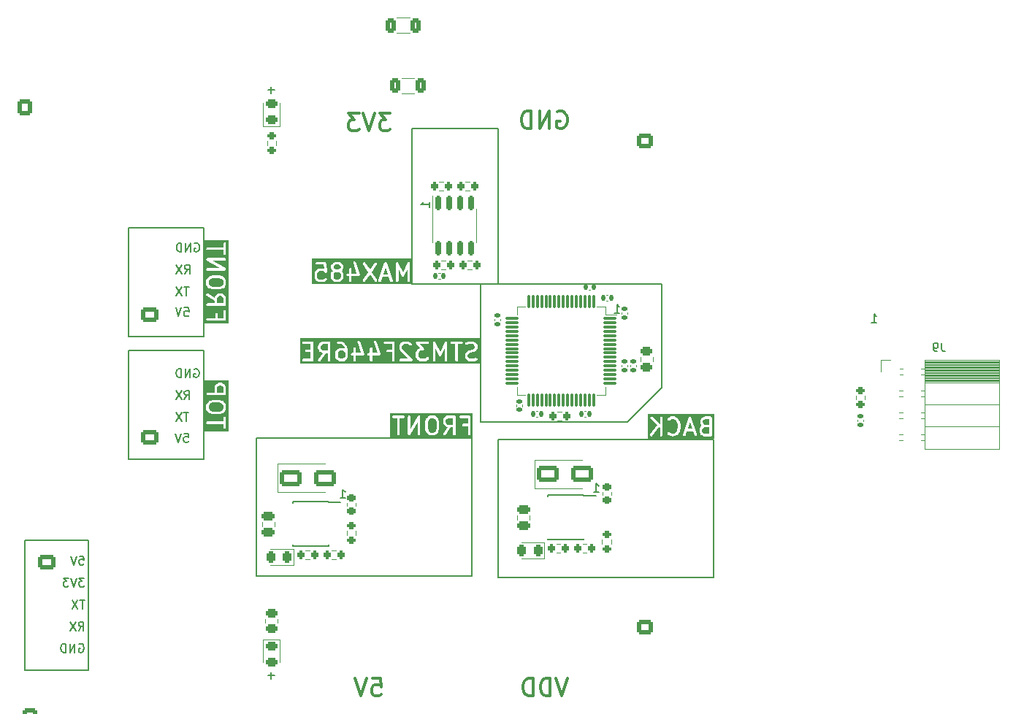
<source format=gbr>
%TF.GenerationSoftware,KiCad,Pcbnew,7.0.9*%
%TF.CreationDate,2025-02-06T15:14:37+09:00*%
%TF.ProjectId,01-MAIN,30312d4d-4149-44e2-9e6b-696361645f70,rev?*%
%TF.SameCoordinates,Original*%
%TF.FileFunction,Legend,Bot*%
%TF.FilePolarity,Positive*%
%FSLAX46Y46*%
G04 Gerber Fmt 4.6, Leading zero omitted, Abs format (unit mm)*
G04 Created by KiCad (PCBNEW 7.0.9) date 2025-02-06 15:14:37*
%MOMM*%
%LPD*%
G01*
G04 APERTURE LIST*
G04 Aperture macros list*
%AMRoundRect*
0 Rectangle with rounded corners*
0 $1 Rounding radius*
0 $2 $3 $4 $5 $6 $7 $8 $9 X,Y pos of 4 corners*
0 Add a 4 corners polygon primitive as box body*
4,1,4,$2,$3,$4,$5,$6,$7,$8,$9,$2,$3,0*
0 Add four circle primitives for the rounded corners*
1,1,$1+$1,$2,$3*
1,1,$1+$1,$4,$5*
1,1,$1+$1,$6,$7*
1,1,$1+$1,$8,$9*
0 Add four rect primitives between the rounded corners*
20,1,$1+$1,$2,$3,$4,$5,0*
20,1,$1+$1,$4,$5,$6,$7,0*
20,1,$1+$1,$6,$7,$8,$9,0*
20,1,$1+$1,$8,$9,$2,$3,0*%
G04 Aperture macros list end*
%ADD10C,0.150000*%
%ADD11C,0.300000*%
%ADD12C,0.120000*%
%ADD13RoundRect,0.250000X0.312500X0.625000X-0.312500X0.625000X-0.312500X-0.625000X0.312500X-0.625000X0*%
%ADD14RoundRect,0.250000X-0.312500X-0.625000X0.312500X-0.625000X0.312500X0.625000X-0.312500X0.625000X0*%
%ADD15RoundRect,0.250000X0.725000X-0.600000X0.725000X0.600000X-0.725000X0.600000X-0.725000X-0.600000X0*%
%ADD16O,1.950000X1.700000*%
%ADD17C,0.800000*%
%ADD18C,6.400000*%
%ADD19RoundRect,0.250000X-0.725000X0.600000X-0.725000X-0.600000X0.725000X-0.600000X0.725000X0.600000X0*%
%ADD20RoundRect,0.250000X-0.675000X0.600000X-0.675000X-0.600000X0.675000X-0.600000X0.675000X0.600000X0*%
%ADD21O,1.850000X1.700000*%
%ADD22R,1.050000X1.500000*%
%ADD23O,1.050000X1.500000*%
%ADD24C,3.200000*%
%ADD25RoundRect,0.250000X-0.600000X-0.675000X0.600000X-0.675000X0.600000X0.675000X-0.600000X0.675000X0*%
%ADD26O,1.700000X1.850000*%
%ADD27C,2.400000*%
%ADD28R,1.600000X1.600000*%
%ADD29C,1.600000*%
%ADD30C,1.524000*%
%ADD31R,2.000000X2.000000*%
%ADD32C,2.000000*%
%ADD33RoundRect,0.243750X-0.456250X0.243750X-0.456250X-0.243750X0.456250X-0.243750X0.456250X0.243750X0*%
%ADD34R,1.550000X0.600000*%
%ADD35R,2.600000X3.100000*%
%ADD36RoundRect,0.140000X-0.170000X0.140000X-0.170000X-0.140000X0.170000X-0.140000X0.170000X0.140000X0*%
%ADD37RoundRect,0.243750X0.243750X0.456250X-0.243750X0.456250X-0.243750X-0.456250X0.243750X-0.456250X0*%
%ADD38RoundRect,0.225000X0.250000X-0.225000X0.250000X0.225000X-0.250000X0.225000X-0.250000X-0.225000X0*%
%ADD39RoundRect,0.200000X-0.200000X-0.275000X0.200000X-0.275000X0.200000X0.275000X-0.200000X0.275000X0*%
%ADD40R,1.700000X1.700000*%
%ADD41O,1.700000X1.700000*%
%ADD42RoundRect,0.200000X0.275000X-0.200000X0.275000X0.200000X-0.275000X0.200000X-0.275000X-0.200000X0*%
%ADD43RoundRect,0.140000X0.140000X0.170000X-0.140000X0.170000X-0.140000X-0.170000X0.140000X-0.170000X0*%
%ADD44RoundRect,0.200000X-0.275000X0.200000X-0.275000X-0.200000X0.275000X-0.200000X0.275000X0.200000X0*%
%ADD45RoundRect,0.200000X0.200000X0.275000X-0.200000X0.275000X-0.200000X-0.275000X0.200000X-0.275000X0*%
%ADD46RoundRect,0.075000X0.700000X0.075000X-0.700000X0.075000X-0.700000X-0.075000X0.700000X-0.075000X0*%
%ADD47RoundRect,0.075000X0.075000X0.700000X-0.075000X0.700000X-0.075000X-0.700000X0.075000X-0.700000X0*%
%ADD48RoundRect,0.140000X-0.140000X-0.170000X0.140000X-0.170000X0.140000X0.170000X-0.140000X0.170000X0*%
%ADD49RoundRect,0.250000X-0.475000X0.250000X-0.475000X-0.250000X0.475000X-0.250000X0.475000X0.250000X0*%
%ADD50RoundRect,0.150000X-0.150000X0.675000X-0.150000X-0.675000X0.150000X-0.675000X0.150000X0.675000X0*%
%ADD51RoundRect,0.250000X-0.450000X0.262500X-0.450000X-0.262500X0.450000X-0.262500X0.450000X0.262500X0*%
%ADD52RoundRect,0.140000X0.170000X-0.140000X0.170000X0.140000X-0.170000X0.140000X-0.170000X-0.140000X0*%
%ADD53RoundRect,0.250000X-1.000000X-0.650000X1.000000X-0.650000X1.000000X0.650000X-1.000000X0.650000X0*%
%ADD54RoundRect,0.243750X0.456250X-0.243750X0.456250X0.243750X-0.456250X0.243750X-0.456250X-0.243750X0*%
G04 APERTURE END LIST*
D10*
X135000000Y-68000000D02*
X145000000Y-68000000D01*
X145000000Y-86000000D01*
X135000000Y-86000000D01*
X135000000Y-68000000D01*
X117000000Y-103900000D02*
X142000000Y-103900000D01*
X142000000Y-119900000D01*
X117000000Y-119900000D01*
X117000000Y-103900000D01*
X145000000Y-104000000D02*
X170000000Y-104000000D01*
X170000000Y-120000000D01*
X145000000Y-120000000D01*
X145000000Y-104000000D01*
X90172000Y-115700000D02*
X97536000Y-115700000D01*
X97536000Y-130810000D01*
X90172000Y-130810000D01*
X90172000Y-115700000D01*
X102207000Y-93709000D02*
X110899000Y-93709000D01*
X110899000Y-106319000D01*
X102207000Y-106319000D01*
X102207000Y-93709000D01*
X102209000Y-79465000D02*
X110901000Y-79465000D01*
X110901000Y-92075000D01*
X102209000Y-92075000D01*
X102209000Y-79465000D01*
X164000000Y-98000000D02*
X160000000Y-102000000D01*
X143000000Y-102000000D01*
X143000000Y-86000000D01*
X164000000Y-86000000D01*
X164000000Y-98000000D01*
D11*
X153034666Y-131751638D02*
X152368000Y-133751638D01*
X152368000Y-133751638D02*
X151701333Y-131751638D01*
X151034666Y-133751638D02*
X151034666Y-131751638D01*
X151034666Y-131751638D02*
X150558476Y-131751638D01*
X150558476Y-131751638D02*
X150272761Y-131846876D01*
X150272761Y-131846876D02*
X150082285Y-132037352D01*
X150082285Y-132037352D02*
X149987047Y-132227828D01*
X149987047Y-132227828D02*
X149891809Y-132608780D01*
X149891809Y-132608780D02*
X149891809Y-132894495D01*
X149891809Y-132894495D02*
X149987047Y-133275447D01*
X149987047Y-133275447D02*
X150082285Y-133465923D01*
X150082285Y-133465923D02*
X150272761Y-133656400D01*
X150272761Y-133656400D02*
X150558476Y-133751638D01*
X150558476Y-133751638D02*
X151034666Y-133751638D01*
X149034666Y-133751638D02*
X149034666Y-131751638D01*
X149034666Y-131751638D02*
X148558476Y-131751638D01*
X148558476Y-131751638D02*
X148272761Y-131846876D01*
X148272761Y-131846876D02*
X148082285Y-132037352D01*
X148082285Y-132037352D02*
X147987047Y-132227828D01*
X147987047Y-132227828D02*
X147891809Y-132608780D01*
X147891809Y-132608780D02*
X147891809Y-132894495D01*
X147891809Y-132894495D02*
X147987047Y-133275447D01*
X147987047Y-133275447D02*
X148082285Y-133465923D01*
X148082285Y-133465923D02*
X148272761Y-133656400D01*
X148272761Y-133656400D02*
X148558476Y-133751638D01*
X148558476Y-133751638D02*
X149034666Y-133751638D01*
D10*
X96421411Y-127772438D02*
X96516649Y-127724819D01*
X96516649Y-127724819D02*
X96659506Y-127724819D01*
X96659506Y-127724819D02*
X96802363Y-127772438D01*
X96802363Y-127772438D02*
X96897601Y-127867676D01*
X96897601Y-127867676D02*
X96945220Y-127962914D01*
X96945220Y-127962914D02*
X96992839Y-128153390D01*
X96992839Y-128153390D02*
X96992839Y-128296247D01*
X96992839Y-128296247D02*
X96945220Y-128486723D01*
X96945220Y-128486723D02*
X96897601Y-128581961D01*
X96897601Y-128581961D02*
X96802363Y-128677200D01*
X96802363Y-128677200D02*
X96659506Y-128724819D01*
X96659506Y-128724819D02*
X96564268Y-128724819D01*
X96564268Y-128724819D02*
X96421411Y-128677200D01*
X96421411Y-128677200D02*
X96373792Y-128629580D01*
X96373792Y-128629580D02*
X96373792Y-128296247D01*
X96373792Y-128296247D02*
X96564268Y-128296247D01*
X95945220Y-128724819D02*
X95945220Y-127724819D01*
X95945220Y-127724819D02*
X95373792Y-128724819D01*
X95373792Y-128724819D02*
X95373792Y-127724819D01*
X94897601Y-128724819D02*
X94897601Y-127724819D01*
X94897601Y-127724819D02*
X94659506Y-127724819D01*
X94659506Y-127724819D02*
X94516649Y-127772438D01*
X94516649Y-127772438D02*
X94421411Y-127867676D01*
X94421411Y-127867676D02*
X94373792Y-127962914D01*
X94373792Y-127962914D02*
X94326173Y-128153390D01*
X94326173Y-128153390D02*
X94326173Y-128296247D01*
X94326173Y-128296247D02*
X94373792Y-128486723D01*
X94373792Y-128486723D02*
X94421411Y-128581961D01*
X94421411Y-128581961D02*
X94516649Y-128677200D01*
X94516649Y-128677200D02*
X94659506Y-128724819D01*
X94659506Y-128724819D02*
X94897601Y-128724819D01*
X188314285Y-90454819D02*
X188885713Y-90454819D01*
X188599999Y-90454819D02*
X188599999Y-89454819D01*
X188599999Y-89454819D02*
X188695237Y-89597676D01*
X188695237Y-89597676D02*
X188790475Y-89692914D01*
X188790475Y-89692914D02*
X188885713Y-89740533D01*
X108598136Y-103340819D02*
X109074326Y-103340819D01*
X109074326Y-103340819D02*
X109121945Y-103817009D01*
X109121945Y-103817009D02*
X109074326Y-103769390D01*
X109074326Y-103769390D02*
X108979088Y-103721771D01*
X108979088Y-103721771D02*
X108740993Y-103721771D01*
X108740993Y-103721771D02*
X108645755Y-103769390D01*
X108645755Y-103769390D02*
X108598136Y-103817009D01*
X108598136Y-103817009D02*
X108550517Y-103912247D01*
X108550517Y-103912247D02*
X108550517Y-104150342D01*
X108550517Y-104150342D02*
X108598136Y-104245580D01*
X108598136Y-104245580D02*
X108645755Y-104293200D01*
X108645755Y-104293200D02*
X108740993Y-104340819D01*
X108740993Y-104340819D02*
X108979088Y-104340819D01*
X108979088Y-104340819D02*
X109074326Y-104293200D01*
X109074326Y-104293200D02*
X109121945Y-104245580D01*
X108264802Y-103340819D02*
X107931469Y-104340819D01*
X107931469Y-104340819D02*
X107598136Y-103340819D01*
X108645755Y-99387819D02*
X108979088Y-98911628D01*
X109217183Y-99387819D02*
X109217183Y-98387819D01*
X109217183Y-98387819D02*
X108836231Y-98387819D01*
X108836231Y-98387819D02*
X108740993Y-98435438D01*
X108740993Y-98435438D02*
X108693374Y-98483057D01*
X108693374Y-98483057D02*
X108645755Y-98578295D01*
X108645755Y-98578295D02*
X108645755Y-98721152D01*
X108645755Y-98721152D02*
X108693374Y-98816390D01*
X108693374Y-98816390D02*
X108740993Y-98864009D01*
X108740993Y-98864009D02*
X108836231Y-98911628D01*
X108836231Y-98911628D02*
X109217183Y-98911628D01*
X108312421Y-98387819D02*
X107645755Y-99387819D01*
X107645755Y-98387819D02*
X108312421Y-99387819D01*
D11*
G36*
X113041245Y-87463360D02*
G01*
X113102059Y-87524174D01*
X113170575Y-87661206D01*
X113170575Y-88237701D01*
X112422956Y-88237701D01*
X112422956Y-87661206D01*
X112491471Y-87524174D01*
X112552286Y-87463360D01*
X112689319Y-87394844D01*
X112904213Y-87394844D01*
X113041245Y-87463360D01*
G37*
G36*
X112958173Y-85380288D02*
G01*
X113102059Y-85524174D01*
X113170575Y-85661206D01*
X113170575Y-85971339D01*
X113102059Y-86108371D01*
X112958173Y-86252256D01*
X112635445Y-86332939D01*
X112005706Y-86332939D01*
X111682978Y-86252257D01*
X111539092Y-86108371D01*
X111470575Y-85971337D01*
X111470575Y-85661207D01*
X111539092Y-85524173D01*
X111682978Y-85380288D01*
X112005706Y-85299606D01*
X112635445Y-85299606D01*
X112958173Y-85380288D01*
G37*
G36*
X113756289Y-90537701D02*
G01*
X110884861Y-90537701D01*
X110884861Y-90101987D01*
X111170575Y-90101987D01*
X111190671Y-90176987D01*
X111245575Y-90231891D01*
X111320575Y-90251987D01*
X112368194Y-90251987D01*
X113320575Y-90251987D01*
X113395575Y-90231891D01*
X113450479Y-90176987D01*
X113470575Y-90101987D01*
X113470575Y-89149606D01*
X113450479Y-89074606D01*
X113395575Y-89019702D01*
X113320575Y-88999606D01*
X113245575Y-89019702D01*
X113190671Y-89074606D01*
X113170575Y-89149606D01*
X113170575Y-89951987D01*
X112518194Y-89951987D01*
X112518194Y-89435320D01*
X112498098Y-89360320D01*
X112443194Y-89305416D01*
X112368194Y-89285320D01*
X112293194Y-89305416D01*
X112238290Y-89360320D01*
X112218194Y-89435320D01*
X112218194Y-89951987D01*
X111320575Y-89951987D01*
X111245575Y-89972083D01*
X111190671Y-90026987D01*
X111170575Y-90101987D01*
X110884861Y-90101987D01*
X110884861Y-88387701D01*
X111170575Y-88387701D01*
X111190671Y-88462701D01*
X111245575Y-88517605D01*
X111320575Y-88537701D01*
X112272956Y-88537701D01*
X113320575Y-88537701D01*
X113395575Y-88517605D01*
X113450479Y-88462701D01*
X113470575Y-88387701D01*
X113470575Y-87625796D01*
X113461651Y-87592492D01*
X113454739Y-87558714D01*
X113359501Y-87368238D01*
X113343477Y-87350168D01*
X113331403Y-87329254D01*
X113236165Y-87234016D01*
X113215249Y-87221940D01*
X113197181Y-87205918D01*
X113006705Y-87110680D01*
X112972924Y-87103767D01*
X112939623Y-87094844D01*
X112653909Y-87094844D01*
X112620605Y-87103767D01*
X112586827Y-87110680D01*
X112396351Y-87205918D01*
X112378282Y-87221939D01*
X112357368Y-87234015D01*
X112262129Y-87329253D01*
X112250052Y-87350169D01*
X112234030Y-87368238D01*
X112138792Y-87558714D01*
X112131879Y-87592494D01*
X112123493Y-87623789D01*
X111406594Y-87121959D01*
X111333628Y-87095413D01*
X111257163Y-87108907D01*
X111197690Y-87158825D01*
X111171144Y-87231791D01*
X111184638Y-87308256D01*
X111234556Y-87367729D01*
X112122956Y-87989609D01*
X112122956Y-88237701D01*
X111320575Y-88237701D01*
X111245575Y-88257797D01*
X111190671Y-88312701D01*
X111170575Y-88387701D01*
X110884861Y-88387701D01*
X110884861Y-86006749D01*
X111170575Y-86006749D01*
X111179497Y-86040049D01*
X111186411Y-86073832D01*
X111281650Y-86264308D01*
X111297673Y-86282377D01*
X111309748Y-86303291D01*
X111500224Y-86493767D01*
X111501352Y-86494418D01*
X111502023Y-86495536D01*
X111534883Y-86513777D01*
X111567467Y-86532590D01*
X111568772Y-86532590D01*
X111569910Y-86533222D01*
X111950861Y-86628460D01*
X111969364Y-86628148D01*
X111987242Y-86632939D01*
X112653909Y-86632939D01*
X112671785Y-86628148D01*
X112690289Y-86628460D01*
X113071241Y-86533222D01*
X113072379Y-86532590D01*
X113073684Y-86532590D01*
X113106267Y-86513777D01*
X113139128Y-86495536D01*
X113139798Y-86494418D01*
X113140927Y-86493767D01*
X113331403Y-86303291D01*
X113343477Y-86282376D01*
X113359501Y-86264307D01*
X113454739Y-86073831D01*
X113461651Y-86040052D01*
X113470575Y-86006749D01*
X113470575Y-85625796D01*
X113461651Y-85592492D01*
X113454739Y-85558714D01*
X113359501Y-85368238D01*
X113343477Y-85350168D01*
X113331403Y-85329254D01*
X113140927Y-85138778D01*
X113139798Y-85138126D01*
X113139128Y-85137009D01*
X113106267Y-85118767D01*
X113073684Y-85099955D01*
X113072379Y-85099955D01*
X113071241Y-85099323D01*
X112690289Y-85004085D01*
X112671785Y-85004396D01*
X112653909Y-84999606D01*
X111987242Y-84999606D01*
X111969364Y-85004396D01*
X111950861Y-85004085D01*
X111569910Y-85099323D01*
X111568772Y-85099955D01*
X111567467Y-85099955D01*
X111534883Y-85118767D01*
X111502023Y-85137009D01*
X111501352Y-85138126D01*
X111500224Y-85138778D01*
X111309748Y-85329254D01*
X111297673Y-85350167D01*
X111281650Y-85368237D01*
X111186411Y-85558713D01*
X111179497Y-85592495D01*
X111170575Y-85625796D01*
X111170575Y-86006749D01*
X110884861Y-86006749D01*
X110884861Y-84292463D01*
X111170575Y-84292463D01*
X111190671Y-84367463D01*
X111245575Y-84422367D01*
X111320575Y-84442463D01*
X113320575Y-84442463D01*
X113320907Y-84442373D01*
X113321243Y-84442462D01*
X113358474Y-84432307D01*
X113395575Y-84422367D01*
X113395818Y-84422123D01*
X113396153Y-84422032D01*
X113423258Y-84394683D01*
X113450479Y-84367463D01*
X113450568Y-84367128D01*
X113450811Y-84366884D01*
X113460605Y-84329668D01*
X113470575Y-84292463D01*
X113470485Y-84292130D01*
X113470574Y-84291795D01*
X113460419Y-84254563D01*
X113450479Y-84217463D01*
X113450235Y-84217219D01*
X113450144Y-84216885D01*
X113422739Y-84189723D01*
X113395575Y-84162559D01*
X113395241Y-84162469D01*
X113394996Y-84162226D01*
X111885409Y-83299606D01*
X113320575Y-83299606D01*
X113395575Y-83279510D01*
X113450479Y-83224606D01*
X113470575Y-83149606D01*
X113450479Y-83074606D01*
X113395575Y-83019702D01*
X113320575Y-82999606D01*
X111320575Y-82999606D01*
X111320242Y-82999695D01*
X111319907Y-82999607D01*
X111282675Y-83009761D01*
X111245575Y-83019702D01*
X111245331Y-83019945D01*
X111244997Y-83020037D01*
X111217891Y-83047385D01*
X111190671Y-83074606D01*
X111190581Y-83074940D01*
X111190339Y-83075185D01*
X111180544Y-83112400D01*
X111170575Y-83149606D01*
X111170664Y-83149938D01*
X111170576Y-83150274D01*
X111180730Y-83187505D01*
X111190671Y-83224606D01*
X111190914Y-83224849D01*
X111191006Y-83225184D01*
X111218354Y-83252289D01*
X111245575Y-83279510D01*
X111245909Y-83279599D01*
X111246154Y-83279842D01*
X112755741Y-84142463D01*
X111320575Y-84142463D01*
X111245575Y-84162559D01*
X111190671Y-84217463D01*
X111170575Y-84292463D01*
X110884861Y-84292463D01*
X110884861Y-81911511D01*
X111170575Y-81911511D01*
X111190671Y-81986511D01*
X111245575Y-82041415D01*
X111320575Y-82061511D01*
X113170575Y-82061511D01*
X113170575Y-82482939D01*
X113190671Y-82557939D01*
X113245575Y-82612843D01*
X113320575Y-82632939D01*
X113395575Y-82612843D01*
X113450479Y-82557939D01*
X113470575Y-82482939D01*
X113470575Y-81340082D01*
X113450479Y-81265082D01*
X113395575Y-81210178D01*
X113320575Y-81190082D01*
X113245575Y-81210178D01*
X113190671Y-81265082D01*
X113170575Y-81340082D01*
X113170575Y-81761511D01*
X111320575Y-81761511D01*
X111245575Y-81781607D01*
X111190671Y-81836511D01*
X111170575Y-81911511D01*
X110884861Y-81911511D01*
X110884861Y-80904368D01*
X113756289Y-80904368D01*
X113756289Y-90537701D01*
G37*
G36*
X169485463Y-103359638D02*
G01*
X168908968Y-103359638D01*
X168771936Y-103291122D01*
X168711122Y-103230307D01*
X168642606Y-103093275D01*
X168642606Y-102878381D01*
X168711122Y-102741349D01*
X168764110Y-102688361D01*
X168993136Y-102612019D01*
X169485463Y-102612019D01*
X169485463Y-103359638D01*
G37*
G36*
X169485463Y-102312019D02*
G01*
X169004207Y-102312019D01*
X168867173Y-102243501D01*
X168806360Y-102182688D01*
X168737844Y-102045656D01*
X168737844Y-101926000D01*
X168806360Y-101788968D01*
X168867174Y-101728154D01*
X169004206Y-101659638D01*
X169485463Y-101659638D01*
X169485463Y-102312019D01*
G37*
G36*
X167522587Y-102788209D02*
G01*
X166986434Y-102788209D01*
X167254510Y-101983979D01*
X167522587Y-102788209D01*
G37*
G36*
X170071177Y-103945352D02*
G01*
X162343683Y-103945352D01*
X162343683Y-103491696D01*
X162629397Y-103491696D01*
X162640378Y-103568561D01*
X162688320Y-103629638D01*
X162760378Y-103658561D01*
X162837243Y-103647580D01*
X162898320Y-103599638D01*
X163651691Y-102595141D01*
X163771177Y-102714627D01*
X163771177Y-103509638D01*
X163791273Y-103584638D01*
X163846177Y-103639542D01*
X163921177Y-103659638D01*
X163996177Y-103639542D01*
X164051081Y-103584638D01*
X164071177Y-103509638D01*
X164071177Y-103357983D01*
X164633431Y-103357983D01*
X164672253Y-103425226D01*
X164767492Y-103520466D01*
X164797354Y-103537707D01*
X164826124Y-103556702D01*
X165111838Y-103651940D01*
X165135943Y-103653387D01*
X165159272Y-103659638D01*
X165349748Y-103659638D01*
X165373073Y-103653388D01*
X165397182Y-103651941D01*
X165682897Y-103556703D01*
X165708632Y-103539710D01*
X166440889Y-103539710D01*
X166475613Y-103609159D01*
X166540410Y-103651940D01*
X166617916Y-103656593D01*
X166687365Y-103621869D01*
X166730146Y-103557072D01*
X166886434Y-103088209D01*
X167622587Y-103088209D01*
X167778875Y-103557072D01*
X167821656Y-103621869D01*
X167891105Y-103656593D01*
X167968611Y-103651941D01*
X168033408Y-103609159D01*
X168068132Y-103539710D01*
X168063480Y-103462204D01*
X167952307Y-103128685D01*
X168342606Y-103128685D01*
X168351529Y-103161986D01*
X168358442Y-103195767D01*
X168453680Y-103386243D01*
X168469702Y-103404311D01*
X168481777Y-103425226D01*
X168577016Y-103520466D01*
X168597930Y-103532540D01*
X168616000Y-103548564D01*
X168806476Y-103643802D01*
X168840254Y-103650714D01*
X168873558Y-103659638D01*
X169635463Y-103659638D01*
X169710463Y-103639542D01*
X169765367Y-103584638D01*
X169785463Y-103509638D01*
X169785463Y-101509638D01*
X169765367Y-101434638D01*
X169710463Y-101379734D01*
X169635463Y-101359638D01*
X168968796Y-101359638D01*
X168935492Y-101368561D01*
X168901714Y-101375474D01*
X168711238Y-101470712D01*
X168693168Y-101486735D01*
X168672254Y-101498810D01*
X168577016Y-101594048D01*
X168564940Y-101614963D01*
X168548918Y-101633032D01*
X168453680Y-101823508D01*
X168446767Y-101857288D01*
X168437844Y-101890590D01*
X168437844Y-102081066D01*
X168446767Y-102114367D01*
X168453680Y-102148148D01*
X168548918Y-102338624D01*
X168564940Y-102356692D01*
X168577016Y-102377608D01*
X168622827Y-102423419D01*
X168606878Y-102433949D01*
X168577016Y-102451191D01*
X168481778Y-102546429D01*
X168469702Y-102567344D01*
X168453680Y-102585413D01*
X168358442Y-102775889D01*
X168351529Y-102809669D01*
X168342606Y-102842971D01*
X168342606Y-103128685D01*
X167952307Y-103128685D01*
X167396814Y-101462204D01*
X167380212Y-101437059D01*
X167366741Y-101410118D01*
X167359087Y-101405064D01*
X167354032Y-101397408D01*
X167327081Y-101383932D01*
X167301945Y-101367336D01*
X167292789Y-101366786D01*
X167284583Y-101362683D01*
X167254507Y-101364488D01*
X167224439Y-101362683D01*
X167216234Y-101366785D01*
X167207077Y-101367335D01*
X167181934Y-101383935D01*
X167154990Y-101397408D01*
X167149935Y-101405062D01*
X167142281Y-101410117D01*
X167128808Y-101437061D01*
X167112208Y-101462204D01*
X166445542Y-103462204D01*
X166440889Y-103539710D01*
X165708632Y-103539710D01*
X165711672Y-103537703D01*
X165741529Y-103520466D01*
X165932005Y-103329989D01*
X165944079Y-103309074D01*
X165960103Y-103291005D01*
X166055341Y-103100529D01*
X166058661Y-103084304D01*
X166066698Y-103069827D01*
X166161936Y-102688876D01*
X166161624Y-102670372D01*
X166166415Y-102652495D01*
X166166415Y-102366780D01*
X166161624Y-102348902D01*
X166161936Y-102330399D01*
X166066698Y-101949448D01*
X166058661Y-101934970D01*
X166055341Y-101918746D01*
X165960103Y-101728270D01*
X165944079Y-101710200D01*
X165932005Y-101689286D01*
X165741529Y-101498810D01*
X165711672Y-101481572D01*
X165682897Y-101462573D01*
X165397182Y-101367335D01*
X165373073Y-101365887D01*
X165349748Y-101359638D01*
X165159272Y-101359638D01*
X165135943Y-101365888D01*
X165111838Y-101367336D01*
X164826124Y-101462574D01*
X164797354Y-101481568D01*
X164767492Y-101498810D01*
X164672254Y-101594048D01*
X164633431Y-101661291D01*
X164633431Y-101738937D01*
X164672254Y-101806180D01*
X164739497Y-101845003D01*
X164817143Y-101845003D01*
X164884386Y-101806180D01*
X164954586Y-101735980D01*
X165183612Y-101659638D01*
X165325405Y-101659638D01*
X165554436Y-101735981D01*
X165702661Y-101884206D01*
X165779650Y-102038184D01*
X165866415Y-102385244D01*
X165866415Y-102634031D01*
X165779650Y-102981091D01*
X165702660Y-103135069D01*
X165554436Y-103283294D01*
X165325405Y-103359638D01*
X165183612Y-103359638D01*
X164954586Y-103283296D01*
X164884387Y-103213096D01*
X164817144Y-103174272D01*
X164739498Y-103174272D01*
X164672255Y-103213094D01*
X164633431Y-103280337D01*
X164633431Y-103357983D01*
X164071177Y-103357983D01*
X164071177Y-101509638D01*
X164051081Y-101434638D01*
X163996177Y-101379734D01*
X163921177Y-101359638D01*
X163846177Y-101379734D01*
X163791273Y-101434638D01*
X163771177Y-101509638D01*
X163771177Y-102290363D01*
X162884386Y-101403572D01*
X162817143Y-101364749D01*
X162739497Y-101364749D01*
X162672254Y-101403572D01*
X162633431Y-101470815D01*
X162633431Y-101548461D01*
X162672254Y-101615704D01*
X163437406Y-102380856D01*
X162658320Y-103419638D01*
X162629397Y-103491696D01*
X162343683Y-103491696D01*
X162343683Y-101073924D01*
X170071177Y-101073924D01*
X170071177Y-103945352D01*
G37*
G36*
X137656133Y-101628154D02*
G01*
X137800019Y-101772040D01*
X137880701Y-102094768D01*
X137880701Y-102724507D01*
X137800018Y-103047235D01*
X137656132Y-103191122D01*
X137519101Y-103259638D01*
X137208968Y-103259638D01*
X137071936Y-103191122D01*
X136928050Y-103047235D01*
X136847368Y-102724506D01*
X136847368Y-102094768D01*
X136928050Y-101772039D01*
X137071936Y-101628154D01*
X137208968Y-101559638D01*
X137519101Y-101559638D01*
X137656133Y-101628154D01*
G37*
G36*
X139785463Y-102307257D02*
G01*
X139208968Y-102307257D01*
X139071936Y-102238741D01*
X139011122Y-102177926D01*
X138942606Y-102040894D01*
X138942606Y-101826000D01*
X139011122Y-101688968D01*
X139071936Y-101628154D01*
X139208968Y-101559638D01*
X139785463Y-101559638D01*
X139785463Y-102307257D01*
G37*
G36*
X142085463Y-103845352D02*
G01*
X132452130Y-103845352D01*
X132452130Y-101409638D01*
X132737844Y-101409638D01*
X132757940Y-101484638D01*
X132812844Y-101539542D01*
X132887844Y-101559638D01*
X133309273Y-101559638D01*
X133309273Y-103409638D01*
X133329369Y-103484638D01*
X133384273Y-103539542D01*
X133459273Y-103559638D01*
X133534273Y-103539542D01*
X133589177Y-103484638D01*
X133609273Y-103409638D01*
X134547368Y-103409638D01*
X134547457Y-103409970D01*
X134547369Y-103410306D01*
X134557523Y-103447537D01*
X134567464Y-103484638D01*
X134567707Y-103484881D01*
X134567799Y-103485216D01*
X134595147Y-103512321D01*
X134622368Y-103539542D01*
X134622702Y-103539631D01*
X134622947Y-103539874D01*
X134660162Y-103549668D01*
X134697368Y-103559638D01*
X134697700Y-103559548D01*
X134698036Y-103559637D01*
X134735267Y-103549482D01*
X134772368Y-103539542D01*
X134772611Y-103539298D01*
X134772946Y-103539207D01*
X134800051Y-103511858D01*
X134827272Y-103484638D01*
X134827361Y-103484303D01*
X134827604Y-103484059D01*
X135690225Y-101974472D01*
X135690225Y-103409638D01*
X135710321Y-103484638D01*
X135765225Y-103539542D01*
X135840225Y-103559638D01*
X135915225Y-103539542D01*
X135970129Y-103484638D01*
X135990225Y-103409638D01*
X135990225Y-102742971D01*
X136547368Y-102742971D01*
X136552158Y-102760847D01*
X136551847Y-102779351D01*
X136647085Y-103160303D01*
X136647717Y-103161441D01*
X136647717Y-103162746D01*
X136666529Y-103195329D01*
X136684771Y-103228190D01*
X136685888Y-103228860D01*
X136686540Y-103229989D01*
X136877015Y-103420465D01*
X136897930Y-103432540D01*
X136916000Y-103448564D01*
X137106476Y-103543802D01*
X137140254Y-103550714D01*
X137173558Y-103559638D01*
X137554511Y-103559638D01*
X137587812Y-103550714D01*
X137621593Y-103543802D01*
X137812069Y-103448564D01*
X137830137Y-103432541D01*
X137851053Y-103420466D01*
X138041529Y-103229989D01*
X138042180Y-103228860D01*
X138043298Y-103228190D01*
X138061539Y-103195329D01*
X138080352Y-103162746D01*
X138080352Y-103161441D01*
X138080984Y-103160303D01*
X138176222Y-102779352D01*
X138175910Y-102760848D01*
X138180701Y-102742971D01*
X138180701Y-102076304D01*
X138642606Y-102076304D01*
X138651529Y-102109605D01*
X138658442Y-102143386D01*
X138753680Y-102333862D01*
X138769702Y-102351930D01*
X138781777Y-102372845D01*
X138877016Y-102468085D01*
X138897930Y-102480159D01*
X138916000Y-102496183D01*
X139106476Y-102591421D01*
X139140254Y-102598333D01*
X139171551Y-102606719D01*
X138669721Y-103323619D01*
X138643175Y-103396585D01*
X138656669Y-103473050D01*
X138706587Y-103532523D01*
X138779553Y-103559069D01*
X138856018Y-103545575D01*
X138915491Y-103495657D01*
X139537372Y-102607257D01*
X139785463Y-102607257D01*
X139785463Y-103409638D01*
X139805559Y-103484638D01*
X139860463Y-103539542D01*
X139935463Y-103559638D01*
X140010463Y-103539542D01*
X140065367Y-103484638D01*
X140085463Y-103409638D01*
X140085463Y-101409638D01*
X140547368Y-101409638D01*
X140567464Y-101484638D01*
X140622368Y-101539542D01*
X140697368Y-101559638D01*
X141499749Y-101559638D01*
X141499749Y-102212019D01*
X140983082Y-102212019D01*
X140908082Y-102232115D01*
X140853178Y-102287019D01*
X140833082Y-102362019D01*
X140853178Y-102437019D01*
X140908082Y-102491923D01*
X140983082Y-102512019D01*
X141499749Y-102512019D01*
X141499749Y-103409638D01*
X141519845Y-103484638D01*
X141574749Y-103539542D01*
X141649749Y-103559638D01*
X141724749Y-103539542D01*
X141779653Y-103484638D01*
X141799749Y-103409638D01*
X141799749Y-101409638D01*
X141779653Y-101334638D01*
X141724749Y-101279734D01*
X141649749Y-101259638D01*
X140697368Y-101259638D01*
X140622368Y-101279734D01*
X140567464Y-101334638D01*
X140547368Y-101409638D01*
X140085463Y-101409638D01*
X140065367Y-101334638D01*
X140010463Y-101279734D01*
X139935463Y-101259638D01*
X139173558Y-101259638D01*
X139140254Y-101268561D01*
X139106476Y-101275474D01*
X138916000Y-101370712D01*
X138897930Y-101386735D01*
X138877016Y-101398810D01*
X138781778Y-101494048D01*
X138769702Y-101514963D01*
X138753680Y-101533032D01*
X138658442Y-101723508D01*
X138651529Y-101757288D01*
X138642606Y-101790590D01*
X138642606Y-102076304D01*
X138180701Y-102076304D01*
X138175910Y-102058426D01*
X138176222Y-102039923D01*
X138080984Y-101658972D01*
X138080352Y-101657833D01*
X138080352Y-101656529D01*
X138061539Y-101623945D01*
X138043298Y-101591085D01*
X138042180Y-101590414D01*
X138041529Y-101589286D01*
X137851053Y-101398810D01*
X137830137Y-101386734D01*
X137812069Y-101370712D01*
X137621593Y-101275474D01*
X137587812Y-101268561D01*
X137554511Y-101259638D01*
X137173558Y-101259638D01*
X137140254Y-101268561D01*
X137106476Y-101275474D01*
X136916000Y-101370712D01*
X136897930Y-101386735D01*
X136877016Y-101398810D01*
X136686540Y-101589286D01*
X136685888Y-101590414D01*
X136684771Y-101591085D01*
X136666529Y-101623945D01*
X136647717Y-101656529D01*
X136647717Y-101657833D01*
X136647085Y-101658972D01*
X136551847Y-102039924D01*
X136552158Y-102058427D01*
X136547368Y-102076304D01*
X136547368Y-102742971D01*
X135990225Y-102742971D01*
X135990225Y-101409638D01*
X135990135Y-101409305D01*
X135990224Y-101408970D01*
X135980069Y-101371738D01*
X135970129Y-101334638D01*
X135969885Y-101334394D01*
X135969794Y-101334060D01*
X135942445Y-101306954D01*
X135915225Y-101279734D01*
X135914890Y-101279644D01*
X135914646Y-101279402D01*
X135877430Y-101269607D01*
X135840225Y-101259638D01*
X135839892Y-101259727D01*
X135839557Y-101259639D01*
X135802325Y-101269793D01*
X135765225Y-101279734D01*
X135764981Y-101279977D01*
X135764647Y-101280069D01*
X135737485Y-101307473D01*
X135710321Y-101334638D01*
X135710231Y-101334971D01*
X135709988Y-101335217D01*
X134847368Y-102844803D01*
X134847368Y-101409638D01*
X134827272Y-101334638D01*
X134772368Y-101279734D01*
X134697368Y-101259638D01*
X134622368Y-101279734D01*
X134567464Y-101334638D01*
X134547368Y-101409638D01*
X134547368Y-103409638D01*
X133609273Y-103409638D01*
X133609273Y-101559638D01*
X134030701Y-101559638D01*
X134105701Y-101539542D01*
X134160605Y-101484638D01*
X134180701Y-101409638D01*
X134160605Y-101334638D01*
X134105701Y-101279734D01*
X134030701Y-101259638D01*
X132887844Y-101259638D01*
X132812844Y-101279734D01*
X132757940Y-101334638D01*
X132737844Y-101409638D01*
X132452130Y-101409638D01*
X132452130Y-100973924D01*
X142085463Y-100973924D01*
X142085463Y-103845352D01*
G37*
D10*
X158514285Y-89354819D02*
X159085713Y-89354819D01*
X158799999Y-89354819D02*
X158799999Y-88354819D01*
X158799999Y-88354819D02*
X158895237Y-88497676D01*
X158895237Y-88497676D02*
X158990475Y-88592914D01*
X158990475Y-88592914D02*
X159085713Y-88640533D01*
X96373792Y-126184819D02*
X96707125Y-125708628D01*
X96945220Y-126184819D02*
X96945220Y-125184819D01*
X96945220Y-125184819D02*
X96564268Y-125184819D01*
X96564268Y-125184819D02*
X96469030Y-125232438D01*
X96469030Y-125232438D02*
X96421411Y-125280057D01*
X96421411Y-125280057D02*
X96373792Y-125375295D01*
X96373792Y-125375295D02*
X96373792Y-125518152D01*
X96373792Y-125518152D02*
X96421411Y-125613390D01*
X96421411Y-125613390D02*
X96469030Y-125661009D01*
X96469030Y-125661009D02*
X96564268Y-125708628D01*
X96564268Y-125708628D02*
X96945220Y-125708628D01*
X96040458Y-125184819D02*
X95373792Y-126184819D01*
X95373792Y-125184819D02*
X96040458Y-126184819D01*
X119063220Y-131388866D02*
X118301316Y-131388866D01*
X118682268Y-131769819D02*
X118682268Y-131007914D01*
D11*
G36*
X125280701Y-93707257D02*
G01*
X124704206Y-93707257D01*
X124567174Y-93638741D01*
X124506360Y-93577926D01*
X124437844Y-93440894D01*
X124437844Y-93226000D01*
X124506360Y-93088968D01*
X124567174Y-93028154D01*
X124704206Y-92959638D01*
X125280701Y-92959638D01*
X125280701Y-93707257D01*
G37*
G36*
X127151370Y-93790057D02*
G01*
X127212184Y-93850872D01*
X127280701Y-93987905D01*
X127280701Y-94393275D01*
X127212184Y-94530307D01*
X127151370Y-94591122D01*
X127014339Y-94659638D01*
X126704206Y-94659638D01*
X126567174Y-94591122D01*
X126506360Y-94530307D01*
X126437844Y-94393275D01*
X126437844Y-93987905D01*
X126506360Y-93850872D01*
X126567174Y-93790057D01*
X126704206Y-93721542D01*
X127014339Y-93721542D01*
X127151370Y-93790057D01*
G37*
G36*
X142914035Y-95245352D02*
G01*
X122042606Y-95245352D01*
X122042606Y-94809638D01*
X122328320Y-94809638D01*
X122348416Y-94884638D01*
X122403320Y-94939542D01*
X122478320Y-94959638D01*
X123430701Y-94959638D01*
X123505701Y-94939542D01*
X123560605Y-94884638D01*
X123580701Y-94809638D01*
X123580701Y-93476304D01*
X124137844Y-93476304D01*
X124146767Y-93509605D01*
X124153680Y-93543386D01*
X124248918Y-93733862D01*
X124264940Y-93751930D01*
X124277015Y-93772845D01*
X124372254Y-93868085D01*
X124393168Y-93880159D01*
X124411238Y-93896183D01*
X124601714Y-93991421D01*
X124635492Y-93998333D01*
X124666789Y-94006719D01*
X124164959Y-94723619D01*
X124138413Y-94796585D01*
X124151907Y-94873050D01*
X124201825Y-94932523D01*
X124274791Y-94959069D01*
X124351256Y-94945575D01*
X124410729Y-94895657D01*
X125032610Y-94007257D01*
X125280701Y-94007257D01*
X125280701Y-94809638D01*
X125300797Y-94884638D01*
X125355701Y-94939542D01*
X125430701Y-94959638D01*
X125505701Y-94939542D01*
X125560605Y-94884638D01*
X125580701Y-94809638D01*
X125580701Y-94428685D01*
X126137844Y-94428685D01*
X126146767Y-94461986D01*
X126153680Y-94495767D01*
X126248918Y-94686243D01*
X126264940Y-94704311D01*
X126277015Y-94725226D01*
X126372254Y-94820466D01*
X126393168Y-94832540D01*
X126411238Y-94848564D01*
X126601714Y-94943802D01*
X126635492Y-94950714D01*
X126668796Y-94959638D01*
X127049749Y-94959638D01*
X127083050Y-94950714D01*
X127116831Y-94943802D01*
X127307307Y-94848564D01*
X127325375Y-94832541D01*
X127346292Y-94820465D01*
X127441530Y-94725226D01*
X127453605Y-94704311D01*
X127469627Y-94686243D01*
X127564865Y-94495767D01*
X127571777Y-94461988D01*
X127580701Y-94428685D01*
X127580701Y-94142971D01*
X127947368Y-94142971D01*
X127967464Y-94217971D01*
X128022368Y-94272875D01*
X128097368Y-94292971D01*
X128233082Y-94292971D01*
X128233082Y-94809638D01*
X128253178Y-94884638D01*
X128308082Y-94939542D01*
X128383082Y-94959638D01*
X128458082Y-94939542D01*
X128512986Y-94884638D01*
X128533082Y-94809638D01*
X128533082Y-94292971D01*
X129335463Y-94292971D01*
X129358788Y-94286721D01*
X129382897Y-94285274D01*
X129395674Y-94276837D01*
X129410463Y-94272875D01*
X129427539Y-94255798D01*
X129447693Y-94242492D01*
X129454540Y-94228797D01*
X129465367Y-94217971D01*
X129471617Y-94194643D01*
X129482418Y-94173043D01*
X129481500Y-94157758D01*
X129485463Y-94142971D01*
X129852130Y-94142971D01*
X129872226Y-94217971D01*
X129927130Y-94272875D01*
X130002130Y-94292971D01*
X130137844Y-94292971D01*
X130137844Y-94809638D01*
X130157940Y-94884638D01*
X130212844Y-94939542D01*
X130287844Y-94959638D01*
X130362844Y-94939542D01*
X130417748Y-94884638D01*
X130437844Y-94809638D01*
X130437844Y-94292971D01*
X131240225Y-94292971D01*
X131263550Y-94286721D01*
X131287659Y-94285274D01*
X131300436Y-94276837D01*
X131315225Y-94272875D01*
X131332301Y-94255798D01*
X131352455Y-94242492D01*
X131359302Y-94228797D01*
X131370129Y-94217971D01*
X131376379Y-94194643D01*
X131387180Y-94173043D01*
X131386262Y-94157758D01*
X131390225Y-94142971D01*
X131383975Y-94119645D01*
X131382528Y-94095537D01*
X130953895Y-92809638D01*
X131756892Y-92809638D01*
X131776988Y-92884638D01*
X131831892Y-92939542D01*
X131906892Y-92959638D01*
X132709273Y-92959638D01*
X132709273Y-93612019D01*
X132192606Y-93612019D01*
X132117606Y-93632115D01*
X132062702Y-93687019D01*
X132042606Y-93762019D01*
X132062702Y-93837019D01*
X132117606Y-93891923D01*
X132192606Y-93912019D01*
X132709273Y-93912019D01*
X132709273Y-94809638D01*
X132729369Y-94884638D01*
X132784273Y-94939542D01*
X132859273Y-94959638D01*
X132934273Y-94939542D01*
X132989177Y-94884638D01*
X133009273Y-94809638D01*
X133566416Y-94809638D01*
X133586512Y-94884638D01*
X133641416Y-94939542D01*
X133716416Y-94959638D01*
X134954511Y-94959638D01*
X134973586Y-94954527D01*
X134993334Y-94954527D01*
X135010436Y-94944653D01*
X135029511Y-94939542D01*
X135043475Y-94925577D01*
X135060577Y-94915704D01*
X135070450Y-94898602D01*
X135084415Y-94884638D01*
X135089526Y-94865563D01*
X135099400Y-94848461D01*
X135099400Y-94828712D01*
X135104511Y-94809638D01*
X135099400Y-94790563D01*
X135099400Y-94770815D01*
X135089526Y-94753712D01*
X135084415Y-94734638D01*
X135070450Y-94720673D01*
X135060577Y-94703572D01*
X134785690Y-94428685D01*
X135471178Y-94428685D01*
X135480101Y-94461986D01*
X135487014Y-94495767D01*
X135582252Y-94686243D01*
X135598274Y-94704311D01*
X135610349Y-94725226D01*
X135705588Y-94820466D01*
X135726502Y-94832540D01*
X135744572Y-94848564D01*
X135935048Y-94943802D01*
X135968826Y-94950714D01*
X136002130Y-94959638D01*
X136573559Y-94959638D01*
X136606860Y-94950714D01*
X136640641Y-94943802D01*
X136831117Y-94848564D01*
X136849185Y-94832541D01*
X136870102Y-94820465D01*
X136880929Y-94809638D01*
X137471178Y-94809638D01*
X137491274Y-94884638D01*
X137546178Y-94939542D01*
X137621178Y-94959638D01*
X137696178Y-94939542D01*
X137751082Y-94884638D01*
X137771178Y-94809638D01*
X137771178Y-93485772D01*
X138151916Y-94301641D01*
X138160424Y-94311775D01*
X138164946Y-94324209D01*
X138185001Y-94341047D01*
X138201843Y-94361107D01*
X138214278Y-94365629D01*
X138224411Y-94374136D01*
X138250200Y-94378691D01*
X138274815Y-94387642D01*
X138287844Y-94385340D01*
X138300873Y-94387642D01*
X138325486Y-94378691D01*
X138351277Y-94374136D01*
X138361409Y-94365628D01*
X138373844Y-94361107D01*
X138390684Y-94341049D01*
X138410742Y-94324209D01*
X138415263Y-94311774D01*
X138423771Y-94301642D01*
X138804511Y-93485772D01*
X138804511Y-94809638D01*
X138824607Y-94884638D01*
X138879511Y-94939542D01*
X138954511Y-94959638D01*
X139029511Y-94939542D01*
X139084415Y-94884638D01*
X139104511Y-94809638D01*
X139104511Y-92809638D01*
X139471178Y-92809638D01*
X139491274Y-92884638D01*
X139546178Y-92939542D01*
X139621178Y-92959638D01*
X140042607Y-92959638D01*
X140042607Y-94809638D01*
X140062703Y-94884638D01*
X140117607Y-94939542D01*
X140192607Y-94959638D01*
X140267607Y-94939542D01*
X140322511Y-94884638D01*
X140342607Y-94809638D01*
X140342607Y-94428685D01*
X141185464Y-94428685D01*
X141194387Y-94461986D01*
X141201300Y-94495767D01*
X141296538Y-94686243D01*
X141312560Y-94704311D01*
X141324635Y-94725226D01*
X141419874Y-94820466D01*
X141440788Y-94832540D01*
X141458858Y-94848564D01*
X141649334Y-94943802D01*
X141683112Y-94950714D01*
X141716416Y-94959638D01*
X142192607Y-94959638D01*
X142215935Y-94953387D01*
X142240041Y-94951940D01*
X142525755Y-94856702D01*
X142590551Y-94813921D01*
X142625276Y-94744472D01*
X142620623Y-94666966D01*
X142577842Y-94602170D01*
X142508393Y-94567445D01*
X142430887Y-94572098D01*
X142168267Y-94659638D01*
X141751826Y-94659638D01*
X141614794Y-94591122D01*
X141553980Y-94530307D01*
X141485464Y-94393275D01*
X141485464Y-94273619D01*
X141553980Y-94136587D01*
X141614794Y-94075773D01*
X141768771Y-93998784D01*
X142133749Y-93907540D01*
X142148225Y-93899503D01*
X142164452Y-93896183D01*
X142354928Y-93800944D01*
X142372997Y-93784920D01*
X142393911Y-93772846D01*
X142489149Y-93677608D01*
X142501223Y-93656693D01*
X142517247Y-93638624D01*
X142612485Y-93448148D01*
X142619397Y-93414369D01*
X142628321Y-93381066D01*
X142628321Y-93190590D01*
X142619397Y-93157286D01*
X142612485Y-93123508D01*
X142517247Y-92933032D01*
X142501223Y-92914962D01*
X142489149Y-92894048D01*
X142393911Y-92798810D01*
X142372995Y-92786734D01*
X142354927Y-92770712D01*
X142164451Y-92675474D01*
X142130670Y-92668561D01*
X142097369Y-92659638D01*
X141621178Y-92659638D01*
X141597849Y-92665888D01*
X141573744Y-92667336D01*
X141288030Y-92762574D01*
X141223234Y-92805355D01*
X141188509Y-92874804D01*
X141193162Y-92952310D01*
X141235943Y-93017106D01*
X141305392Y-93051831D01*
X141382898Y-93047178D01*
X141645518Y-92959638D01*
X142061959Y-92959638D01*
X142198991Y-93028154D01*
X142259805Y-93088968D01*
X142328321Y-93226000D01*
X142328321Y-93345656D01*
X142259805Y-93482688D01*
X142198991Y-93543501D01*
X142045011Y-93620492D01*
X141680036Y-93711736D01*
X141665558Y-93719772D01*
X141649334Y-93723093D01*
X141458858Y-93818331D01*
X141440788Y-93834354D01*
X141419874Y-93846429D01*
X141324636Y-93941667D01*
X141312560Y-93962582D01*
X141296538Y-93980651D01*
X141201300Y-94171127D01*
X141194387Y-94204907D01*
X141185464Y-94238209D01*
X141185464Y-94428685D01*
X140342607Y-94428685D01*
X140342607Y-92959638D01*
X140764035Y-92959638D01*
X140839035Y-92939542D01*
X140893939Y-92884638D01*
X140914035Y-92809638D01*
X140893939Y-92734638D01*
X140839035Y-92679734D01*
X140764035Y-92659638D01*
X139621178Y-92659638D01*
X139546178Y-92679734D01*
X139491274Y-92734638D01*
X139471178Y-92809638D01*
X139104511Y-92809638D01*
X139102782Y-92803186D01*
X139103944Y-92796609D01*
X139092831Y-92766049D01*
X139084415Y-92734638D01*
X139079691Y-92729914D01*
X139077409Y-92723637D01*
X139052502Y-92702725D01*
X139029511Y-92679734D01*
X139023060Y-92678005D01*
X139017944Y-92673710D01*
X138985918Y-92668053D01*
X138954511Y-92659638D01*
X138948059Y-92661366D01*
X138941482Y-92660205D01*
X138910920Y-92671318D01*
X138879511Y-92679734D01*
X138874788Y-92684456D01*
X138868511Y-92686739D01*
X138847601Y-92711643D01*
X138824607Y-92734638D01*
X138822878Y-92741090D01*
X138818584Y-92746205D01*
X138287844Y-93883503D01*
X137757105Y-92746205D01*
X137752810Y-92741090D01*
X137751082Y-92734638D01*
X137728084Y-92711640D01*
X137707178Y-92686740D01*
X137700901Y-92684457D01*
X137696178Y-92679734D01*
X137664764Y-92671316D01*
X137634207Y-92660205D01*
X137627629Y-92661366D01*
X137621178Y-92659638D01*
X137589764Y-92668055D01*
X137557745Y-92673711D01*
X137552630Y-92678005D01*
X137546178Y-92679734D01*
X137523180Y-92702731D01*
X137498280Y-92723638D01*
X137495997Y-92729914D01*
X137491274Y-92734638D01*
X137482856Y-92766051D01*
X137471745Y-92796609D01*
X137472906Y-92803186D01*
X137471178Y-92809638D01*
X137471178Y-94809638D01*
X136880929Y-94809638D01*
X136965340Y-94725226D01*
X137004163Y-94657983D01*
X137004162Y-94580337D01*
X136965339Y-94513094D01*
X136898096Y-94474271D01*
X136820450Y-94474272D01*
X136753207Y-94513095D01*
X136675180Y-94591122D01*
X136538149Y-94659638D01*
X136037540Y-94659638D01*
X135900508Y-94591122D01*
X135839694Y-94530307D01*
X135771178Y-94393275D01*
X135771178Y-93987905D01*
X135839694Y-93850872D01*
X135900508Y-93790057D01*
X136037540Y-93721542D01*
X136287845Y-93721542D01*
X136302159Y-93717706D01*
X136316944Y-93718692D01*
X136339046Y-93707822D01*
X136362845Y-93701446D01*
X136373325Y-93690965D01*
X136386620Y-93684428D01*
X136400326Y-93663964D01*
X136417749Y-93646542D01*
X136421585Y-93632225D01*
X136429830Y-93619916D01*
X136431468Y-93595339D01*
X136437845Y-93571542D01*
X136434009Y-93557226D01*
X136434995Y-93542442D01*
X136424125Y-93520337D01*
X136417749Y-93496542D01*
X136407269Y-93486062D01*
X136400731Y-93472766D01*
X135951743Y-92959638D01*
X136859273Y-92959638D01*
X136934273Y-92939542D01*
X136989177Y-92884638D01*
X137009273Y-92809638D01*
X136989177Y-92734638D01*
X136934273Y-92679734D01*
X136859273Y-92659638D01*
X135621178Y-92659638D01*
X135606866Y-92663472D01*
X135592079Y-92662487D01*
X135569972Y-92673358D01*
X135546178Y-92679734D01*
X135535699Y-92690212D01*
X135522402Y-92696752D01*
X135508693Y-92717218D01*
X135491274Y-92734638D01*
X135487439Y-92748950D01*
X135479192Y-92761263D01*
X135477553Y-92785845D01*
X135471178Y-92809638D01*
X135475012Y-92823949D01*
X135474027Y-92838737D01*
X135484898Y-92860843D01*
X135491274Y-92884638D01*
X135501752Y-92895116D01*
X135508292Y-92908414D01*
X135965655Y-93431114D01*
X135935048Y-93437378D01*
X135744572Y-93532616D01*
X135726502Y-93548639D01*
X135705588Y-93560714D01*
X135610349Y-93655954D01*
X135598274Y-93676868D01*
X135582252Y-93694937D01*
X135487014Y-93885413D01*
X135480101Y-93919193D01*
X135471178Y-93952495D01*
X135471178Y-94428685D01*
X134785690Y-94428685D01*
X133942758Y-93585752D01*
X133866416Y-93356726D01*
X133866416Y-93226000D01*
X133934932Y-93088968D01*
X133995746Y-93028154D01*
X134132778Y-92959638D01*
X134538149Y-92959638D01*
X134675181Y-93028154D01*
X134753207Y-93106180D01*
X134820450Y-93145003D01*
X134898096Y-93145003D01*
X134965339Y-93106180D01*
X135004162Y-93038937D01*
X135004162Y-92961291D01*
X134965339Y-92894048D01*
X134870101Y-92798810D01*
X134849185Y-92786734D01*
X134831117Y-92770712D01*
X134640641Y-92675474D01*
X134606860Y-92668561D01*
X134573559Y-92659638D01*
X134097368Y-92659638D01*
X134064064Y-92668561D01*
X134030286Y-92675474D01*
X133839810Y-92770712D01*
X133821740Y-92786735D01*
X133800826Y-92798810D01*
X133705588Y-92894048D01*
X133693512Y-92914963D01*
X133677490Y-92933032D01*
X133582252Y-93123508D01*
X133575339Y-93157288D01*
X133566416Y-93190590D01*
X133566416Y-93381066D01*
X133572666Y-93404394D01*
X133574114Y-93428500D01*
X133669352Y-93714214D01*
X133688346Y-93742983D01*
X133705588Y-93772846D01*
X134592379Y-94659638D01*
X133716416Y-94659638D01*
X133641416Y-94679734D01*
X133586512Y-94734638D01*
X133566416Y-94809638D01*
X133009273Y-94809638D01*
X133009273Y-92809638D01*
X132989177Y-92734638D01*
X132934273Y-92679734D01*
X132859273Y-92659638D01*
X131906892Y-92659638D01*
X131831892Y-92679734D01*
X131776988Y-92734638D01*
X131756892Y-92809638D01*
X130953895Y-92809638D01*
X130906338Y-92666966D01*
X130863556Y-92602170D01*
X130794107Y-92567445D01*
X130716601Y-92572097D01*
X130651805Y-92614879D01*
X130617080Y-92684328D01*
X130621732Y-92761834D01*
X131032112Y-93992971D01*
X130437844Y-93992971D01*
X130437844Y-93476304D01*
X130417748Y-93401304D01*
X130362844Y-93346400D01*
X130287844Y-93326304D01*
X130212844Y-93346400D01*
X130157940Y-93401304D01*
X130137844Y-93476304D01*
X130137844Y-93992971D01*
X130002130Y-93992971D01*
X129927130Y-94013067D01*
X129872226Y-94067971D01*
X129852130Y-94142971D01*
X129485463Y-94142971D01*
X129479213Y-94119645D01*
X129477766Y-94095537D01*
X129001576Y-92666966D01*
X128958794Y-92602170D01*
X128889345Y-92567445D01*
X128811839Y-92572097D01*
X128747043Y-92614879D01*
X128712318Y-92684328D01*
X128716970Y-92761834D01*
X129127350Y-93992971D01*
X128533082Y-93992971D01*
X128533082Y-93476304D01*
X128512986Y-93401304D01*
X128458082Y-93346400D01*
X128383082Y-93326304D01*
X128308082Y-93346400D01*
X128253178Y-93401304D01*
X128233082Y-93476304D01*
X128233082Y-93992971D01*
X128097368Y-93992971D01*
X128022368Y-94013067D01*
X127967464Y-94067971D01*
X127947368Y-94142971D01*
X127580701Y-94142971D01*
X127580701Y-93666780D01*
X127575910Y-93648902D01*
X127576222Y-93630399D01*
X127480984Y-93249448D01*
X127468507Y-93226973D01*
X127460270Y-93202623D01*
X127269795Y-92916909D01*
X127258542Y-92907019D01*
X127251053Y-92894048D01*
X127155815Y-92798810D01*
X127134899Y-92786734D01*
X127116831Y-92770712D01*
X126926355Y-92675474D01*
X126892574Y-92668561D01*
X126859273Y-92659638D01*
X126478320Y-92659638D01*
X126403320Y-92679734D01*
X126348416Y-92734638D01*
X126328320Y-92809638D01*
X126348416Y-92884638D01*
X126403320Y-92939542D01*
X126478320Y-92959638D01*
X126823863Y-92959638D01*
X126960895Y-93028154D01*
X127028417Y-93095676D01*
X127196244Y-93347416D01*
X127233292Y-93495608D01*
X127116831Y-93437378D01*
X127083050Y-93430465D01*
X127049749Y-93421542D01*
X126668796Y-93421542D01*
X126635492Y-93430465D01*
X126601714Y-93437378D01*
X126411238Y-93532616D01*
X126393168Y-93548639D01*
X126372254Y-93560714D01*
X126277015Y-93655954D01*
X126264940Y-93676868D01*
X126248918Y-93694937D01*
X126153680Y-93885413D01*
X126146767Y-93919193D01*
X126137844Y-93952495D01*
X126137844Y-94428685D01*
X125580701Y-94428685D01*
X125580701Y-92809638D01*
X125560605Y-92734638D01*
X125505701Y-92679734D01*
X125430701Y-92659638D01*
X124668796Y-92659638D01*
X124635492Y-92668561D01*
X124601714Y-92675474D01*
X124411238Y-92770712D01*
X124393168Y-92786735D01*
X124372254Y-92798810D01*
X124277016Y-92894048D01*
X124264940Y-92914963D01*
X124248918Y-92933032D01*
X124153680Y-93123508D01*
X124146767Y-93157288D01*
X124137844Y-93190590D01*
X124137844Y-93476304D01*
X123580701Y-93476304D01*
X123580701Y-92809638D01*
X123560605Y-92734638D01*
X123505701Y-92679734D01*
X123430701Y-92659638D01*
X122478320Y-92659638D01*
X122403320Y-92679734D01*
X122348416Y-92734638D01*
X122328320Y-92809638D01*
X122348416Y-92884638D01*
X122403320Y-92939542D01*
X122478320Y-92959638D01*
X123280701Y-92959638D01*
X123280701Y-93612019D01*
X122764034Y-93612019D01*
X122689034Y-93632115D01*
X122634130Y-93687019D01*
X122614034Y-93762019D01*
X122634130Y-93837019D01*
X122689034Y-93891923D01*
X122764034Y-93912019D01*
X123280701Y-93912019D01*
X123280701Y-94659638D01*
X122478320Y-94659638D01*
X122403320Y-94679734D01*
X122348416Y-94734638D01*
X122328320Y-94809638D01*
X122042606Y-94809638D01*
X122042606Y-92281731D01*
X142914035Y-92281731D01*
X142914035Y-95245352D01*
G37*
D10*
X97088077Y-122644819D02*
X96516649Y-122644819D01*
X96802363Y-123644819D02*
X96802363Y-122644819D01*
X96278553Y-122644819D02*
X95611887Y-123644819D01*
X95611887Y-122644819D02*
X96278553Y-123644819D01*
D11*
X151891809Y-66060876D02*
X152082285Y-65965638D01*
X152082285Y-65965638D02*
X152367999Y-65965638D01*
X152367999Y-65965638D02*
X152653714Y-66060876D01*
X152653714Y-66060876D02*
X152844190Y-66251352D01*
X152844190Y-66251352D02*
X152939428Y-66441828D01*
X152939428Y-66441828D02*
X153034666Y-66822780D01*
X153034666Y-66822780D02*
X153034666Y-67108495D01*
X153034666Y-67108495D02*
X152939428Y-67489447D01*
X152939428Y-67489447D02*
X152844190Y-67679923D01*
X152844190Y-67679923D02*
X152653714Y-67870400D01*
X152653714Y-67870400D02*
X152367999Y-67965638D01*
X152367999Y-67965638D02*
X152177523Y-67965638D01*
X152177523Y-67965638D02*
X151891809Y-67870400D01*
X151891809Y-67870400D02*
X151796571Y-67775161D01*
X151796571Y-67775161D02*
X151796571Y-67108495D01*
X151796571Y-67108495D02*
X152177523Y-67108495D01*
X150939428Y-67965638D02*
X150939428Y-65965638D01*
X150939428Y-65965638D02*
X149796571Y-67965638D01*
X149796571Y-67965638D02*
X149796571Y-65965638D01*
X148844190Y-67965638D02*
X148844190Y-65965638D01*
X148844190Y-65965638D02*
X148368000Y-65965638D01*
X148368000Y-65965638D02*
X148082285Y-66060876D01*
X148082285Y-66060876D02*
X147891809Y-66251352D01*
X147891809Y-66251352D02*
X147796571Y-66441828D01*
X147796571Y-66441828D02*
X147701333Y-66822780D01*
X147701333Y-66822780D02*
X147701333Y-67108495D01*
X147701333Y-67108495D02*
X147796571Y-67489447D01*
X147796571Y-67489447D02*
X147891809Y-67679923D01*
X147891809Y-67679923D02*
X148082285Y-67870400D01*
X148082285Y-67870400D02*
X148368000Y-67965638D01*
X148368000Y-67965638D02*
X148844190Y-67965638D01*
G36*
X112958173Y-99837002D02*
G01*
X113102059Y-99980888D01*
X113170575Y-100117920D01*
X113170575Y-100428053D01*
X113102059Y-100565085D01*
X112958173Y-100708970D01*
X112635445Y-100789653D01*
X112005706Y-100789653D01*
X111682978Y-100708971D01*
X111539092Y-100565085D01*
X111470575Y-100428051D01*
X111470575Y-100117921D01*
X111539092Y-99980887D01*
X111682978Y-99837002D01*
X112005706Y-99756320D01*
X112635445Y-99756320D01*
X112958173Y-99837002D01*
G37*
G36*
X113041245Y-97824836D02*
G01*
X113102059Y-97885650D01*
X113170575Y-98022682D01*
X113170575Y-98599177D01*
X112422956Y-98599177D01*
X112422956Y-98022682D01*
X112491471Y-97885650D01*
X112552286Y-97824836D01*
X112689319Y-97756320D01*
X112904213Y-97756320D01*
X113041245Y-97824836D01*
G37*
G36*
X113756289Y-103089653D02*
G01*
X110884861Y-103089653D01*
X110884861Y-102082511D01*
X111170575Y-102082511D01*
X111190671Y-102157511D01*
X111245575Y-102212415D01*
X111320575Y-102232511D01*
X113170575Y-102232511D01*
X113170575Y-102653939D01*
X113190671Y-102728939D01*
X113245575Y-102783843D01*
X113320575Y-102803939D01*
X113395575Y-102783843D01*
X113450479Y-102728939D01*
X113470575Y-102653939D01*
X113470575Y-101511082D01*
X113450479Y-101436082D01*
X113395575Y-101381178D01*
X113320575Y-101361082D01*
X113245575Y-101381178D01*
X113190671Y-101436082D01*
X113170575Y-101511082D01*
X113170575Y-101932511D01*
X111320575Y-101932511D01*
X111245575Y-101952607D01*
X111190671Y-102007511D01*
X111170575Y-102082511D01*
X110884861Y-102082511D01*
X110884861Y-100463463D01*
X111170575Y-100463463D01*
X111179497Y-100496763D01*
X111186411Y-100530546D01*
X111281650Y-100721022D01*
X111297673Y-100739091D01*
X111309748Y-100760005D01*
X111500224Y-100950481D01*
X111501352Y-100951132D01*
X111502023Y-100952250D01*
X111534883Y-100970491D01*
X111567467Y-100989304D01*
X111568772Y-100989304D01*
X111569910Y-100989936D01*
X111950861Y-101085174D01*
X111969364Y-101084862D01*
X111987242Y-101089653D01*
X112653909Y-101089653D01*
X112671785Y-101084862D01*
X112690289Y-101085174D01*
X113071241Y-100989936D01*
X113072379Y-100989304D01*
X113073684Y-100989304D01*
X113106267Y-100970491D01*
X113139128Y-100952250D01*
X113139798Y-100951132D01*
X113140927Y-100950481D01*
X113331403Y-100760005D01*
X113343477Y-100739090D01*
X113359501Y-100721021D01*
X113454739Y-100530545D01*
X113461651Y-100496766D01*
X113470575Y-100463463D01*
X113470575Y-100082510D01*
X113461651Y-100049206D01*
X113454739Y-100015428D01*
X113359501Y-99824952D01*
X113343477Y-99806882D01*
X113331403Y-99785968D01*
X113140927Y-99595492D01*
X113139798Y-99594840D01*
X113139128Y-99593723D01*
X113106267Y-99575481D01*
X113073684Y-99556669D01*
X113072379Y-99556669D01*
X113071241Y-99556037D01*
X112690289Y-99460799D01*
X112671785Y-99461110D01*
X112653909Y-99456320D01*
X111987242Y-99456320D01*
X111969364Y-99461110D01*
X111950861Y-99460799D01*
X111569910Y-99556037D01*
X111568772Y-99556669D01*
X111567467Y-99556669D01*
X111534883Y-99575481D01*
X111502023Y-99593723D01*
X111501352Y-99594840D01*
X111500224Y-99595492D01*
X111309748Y-99785968D01*
X111297673Y-99806881D01*
X111281650Y-99824951D01*
X111186411Y-100015427D01*
X111179497Y-100049209D01*
X111170575Y-100082510D01*
X111170575Y-100463463D01*
X110884861Y-100463463D01*
X110884861Y-98749177D01*
X111170575Y-98749177D01*
X111190671Y-98824177D01*
X111245575Y-98879081D01*
X111320575Y-98899177D01*
X112272956Y-98899177D01*
X113320575Y-98899177D01*
X113395575Y-98879081D01*
X113450479Y-98824177D01*
X113470575Y-98749177D01*
X113470575Y-97987272D01*
X113461651Y-97953968D01*
X113454739Y-97920190D01*
X113359501Y-97729714D01*
X113343477Y-97711644D01*
X113331403Y-97690730D01*
X113236165Y-97595492D01*
X113215249Y-97583416D01*
X113197181Y-97567394D01*
X113006705Y-97472156D01*
X112972924Y-97465243D01*
X112939623Y-97456320D01*
X112653909Y-97456320D01*
X112620605Y-97465243D01*
X112586827Y-97472156D01*
X112396351Y-97567394D01*
X112378282Y-97583415D01*
X112357368Y-97595491D01*
X112262129Y-97690729D01*
X112250052Y-97711645D01*
X112234030Y-97729714D01*
X112138792Y-97920190D01*
X112131879Y-97953970D01*
X112122956Y-97987272D01*
X112122956Y-98599177D01*
X111320575Y-98599177D01*
X111245575Y-98619273D01*
X111190671Y-98674177D01*
X111170575Y-98749177D01*
X110884861Y-98749177D01*
X110884861Y-97170606D01*
X113756289Y-97170606D01*
X113756289Y-103089653D01*
G37*
D10*
X109788612Y-95895438D02*
X109883850Y-95847819D01*
X109883850Y-95847819D02*
X110026707Y-95847819D01*
X110026707Y-95847819D02*
X110169564Y-95895438D01*
X110169564Y-95895438D02*
X110264802Y-95990676D01*
X110264802Y-95990676D02*
X110312421Y-96085914D01*
X110312421Y-96085914D02*
X110360040Y-96276390D01*
X110360040Y-96276390D02*
X110360040Y-96419247D01*
X110360040Y-96419247D02*
X110312421Y-96609723D01*
X110312421Y-96609723D02*
X110264802Y-96704961D01*
X110264802Y-96704961D02*
X110169564Y-96800200D01*
X110169564Y-96800200D02*
X110026707Y-96847819D01*
X110026707Y-96847819D02*
X109931469Y-96847819D01*
X109931469Y-96847819D02*
X109788612Y-96800200D01*
X109788612Y-96800200D02*
X109740993Y-96752580D01*
X109740993Y-96752580D02*
X109740993Y-96419247D01*
X109740993Y-96419247D02*
X109931469Y-96419247D01*
X109312421Y-96847819D02*
X109312421Y-95847819D01*
X109312421Y-95847819D02*
X108740993Y-96847819D01*
X108740993Y-96847819D02*
X108740993Y-95847819D01*
X108264802Y-96847819D02*
X108264802Y-95847819D01*
X108264802Y-95847819D02*
X108026707Y-95847819D01*
X108026707Y-95847819D02*
X107883850Y-95895438D01*
X107883850Y-95895438D02*
X107788612Y-95990676D01*
X107788612Y-95990676D02*
X107740993Y-96085914D01*
X107740993Y-96085914D02*
X107693374Y-96276390D01*
X107693374Y-96276390D02*
X107693374Y-96419247D01*
X107693374Y-96419247D02*
X107740993Y-96609723D01*
X107740993Y-96609723D02*
X107788612Y-96704961D01*
X107788612Y-96704961D02*
X107883850Y-96800200D01*
X107883850Y-96800200D02*
X108026707Y-96847819D01*
X108026707Y-96847819D02*
X108264802Y-96847819D01*
X119063220Y-63488866D02*
X118301316Y-63488866D01*
X118682268Y-63869819D02*
X118682268Y-63107914D01*
X156114285Y-110154819D02*
X156685713Y-110154819D01*
X156399999Y-110154819D02*
X156399999Y-109154819D01*
X156399999Y-109154819D02*
X156495237Y-109297676D01*
X156495237Y-109297676D02*
X156590475Y-109392914D01*
X156590475Y-109392914D02*
X156685713Y-109440533D01*
X108635922Y-88745819D02*
X109112112Y-88745819D01*
X109112112Y-88745819D02*
X109159731Y-89222009D01*
X109159731Y-89222009D02*
X109112112Y-89174390D01*
X109112112Y-89174390D02*
X109016874Y-89126771D01*
X109016874Y-89126771D02*
X108778779Y-89126771D01*
X108778779Y-89126771D02*
X108683541Y-89174390D01*
X108683541Y-89174390D02*
X108635922Y-89222009D01*
X108635922Y-89222009D02*
X108588303Y-89317247D01*
X108588303Y-89317247D02*
X108588303Y-89555342D01*
X108588303Y-89555342D02*
X108635922Y-89650580D01*
X108635922Y-89650580D02*
X108683541Y-89698200D01*
X108683541Y-89698200D02*
X108778779Y-89745819D01*
X108778779Y-89745819D02*
X109016874Y-89745819D01*
X109016874Y-89745819D02*
X109112112Y-89698200D01*
X109112112Y-89698200D02*
X109159731Y-89650580D01*
X108302588Y-88745819D02*
X107969255Y-89745819D01*
X107969255Y-89745819D02*
X107635922Y-88745819D01*
X108683541Y-84792819D02*
X109016874Y-84316628D01*
X109254969Y-84792819D02*
X109254969Y-83792819D01*
X109254969Y-83792819D02*
X108874017Y-83792819D01*
X108874017Y-83792819D02*
X108778779Y-83840438D01*
X108778779Y-83840438D02*
X108731160Y-83888057D01*
X108731160Y-83888057D02*
X108683541Y-83983295D01*
X108683541Y-83983295D02*
X108683541Y-84126152D01*
X108683541Y-84126152D02*
X108731160Y-84221390D01*
X108731160Y-84221390D02*
X108778779Y-84269009D01*
X108778779Y-84269009D02*
X108874017Y-84316628D01*
X108874017Y-84316628D02*
X109254969Y-84316628D01*
X108350207Y-83792819D02*
X107683541Y-84792819D01*
X107683541Y-83792819D02*
X108350207Y-84792819D01*
X96469030Y-117564819D02*
X96945220Y-117564819D01*
X96945220Y-117564819D02*
X96992839Y-118041009D01*
X96992839Y-118041009D02*
X96945220Y-117993390D01*
X96945220Y-117993390D02*
X96849982Y-117945771D01*
X96849982Y-117945771D02*
X96611887Y-117945771D01*
X96611887Y-117945771D02*
X96516649Y-117993390D01*
X96516649Y-117993390D02*
X96469030Y-118041009D01*
X96469030Y-118041009D02*
X96421411Y-118136247D01*
X96421411Y-118136247D02*
X96421411Y-118374342D01*
X96421411Y-118374342D02*
X96469030Y-118469580D01*
X96469030Y-118469580D02*
X96516649Y-118517200D01*
X96516649Y-118517200D02*
X96611887Y-118564819D01*
X96611887Y-118564819D02*
X96849982Y-118564819D01*
X96849982Y-118564819D02*
X96945220Y-118517200D01*
X96945220Y-118517200D02*
X96992839Y-118469580D01*
X96135696Y-117564819D02*
X95802363Y-118564819D01*
X95802363Y-118564819D02*
X95469030Y-117564819D01*
X109121945Y-100927819D02*
X108550517Y-100927819D01*
X108836231Y-101927819D02*
X108836231Y-100927819D01*
X108312421Y-100927819D02*
X107645755Y-101927819D01*
X107645755Y-100927819D02*
X108312421Y-101927819D01*
X97040458Y-120104819D02*
X96421411Y-120104819D01*
X96421411Y-120104819D02*
X96754744Y-120485771D01*
X96754744Y-120485771D02*
X96611887Y-120485771D01*
X96611887Y-120485771D02*
X96516649Y-120533390D01*
X96516649Y-120533390D02*
X96469030Y-120581009D01*
X96469030Y-120581009D02*
X96421411Y-120676247D01*
X96421411Y-120676247D02*
X96421411Y-120914342D01*
X96421411Y-120914342D02*
X96469030Y-121009580D01*
X96469030Y-121009580D02*
X96516649Y-121057200D01*
X96516649Y-121057200D02*
X96611887Y-121104819D01*
X96611887Y-121104819D02*
X96897601Y-121104819D01*
X96897601Y-121104819D02*
X96992839Y-121057200D01*
X96992839Y-121057200D02*
X97040458Y-121009580D01*
X96135696Y-120104819D02*
X95802363Y-121104819D01*
X95802363Y-121104819D02*
X95469030Y-120104819D01*
X95230934Y-120104819D02*
X94611887Y-120104819D01*
X94611887Y-120104819D02*
X94945220Y-120485771D01*
X94945220Y-120485771D02*
X94802363Y-120485771D01*
X94802363Y-120485771D02*
X94707125Y-120533390D01*
X94707125Y-120533390D02*
X94659506Y-120581009D01*
X94659506Y-120581009D02*
X94611887Y-120676247D01*
X94611887Y-120676247D02*
X94611887Y-120914342D01*
X94611887Y-120914342D02*
X94659506Y-121009580D01*
X94659506Y-121009580D02*
X94707125Y-121057200D01*
X94707125Y-121057200D02*
X94802363Y-121104819D01*
X94802363Y-121104819D02*
X95088077Y-121104819D01*
X95088077Y-121104819D02*
X95183315Y-121057200D01*
X95183315Y-121057200D02*
X95230934Y-121009580D01*
D11*
X132524190Y-66219638D02*
X131286095Y-66219638D01*
X131286095Y-66219638D02*
X131952762Y-66981542D01*
X131952762Y-66981542D02*
X131667047Y-66981542D01*
X131667047Y-66981542D02*
X131476571Y-67076780D01*
X131476571Y-67076780D02*
X131381333Y-67172019D01*
X131381333Y-67172019D02*
X131286095Y-67362495D01*
X131286095Y-67362495D02*
X131286095Y-67838685D01*
X131286095Y-67838685D02*
X131381333Y-68029161D01*
X131381333Y-68029161D02*
X131476571Y-68124400D01*
X131476571Y-68124400D02*
X131667047Y-68219638D01*
X131667047Y-68219638D02*
X132238476Y-68219638D01*
X132238476Y-68219638D02*
X132428952Y-68124400D01*
X132428952Y-68124400D02*
X132524190Y-68029161D01*
X130714666Y-66219638D02*
X130048000Y-68219638D01*
X130048000Y-68219638D02*
X129381333Y-66219638D01*
X128905142Y-66219638D02*
X127667047Y-66219638D01*
X127667047Y-66219638D02*
X128333714Y-66981542D01*
X128333714Y-66981542D02*
X128047999Y-66981542D01*
X128047999Y-66981542D02*
X127857523Y-67076780D01*
X127857523Y-67076780D02*
X127762285Y-67172019D01*
X127762285Y-67172019D02*
X127667047Y-67362495D01*
X127667047Y-67362495D02*
X127667047Y-67838685D01*
X127667047Y-67838685D02*
X127762285Y-68029161D01*
X127762285Y-68029161D02*
X127857523Y-68124400D01*
X127857523Y-68124400D02*
X128047999Y-68219638D01*
X128047999Y-68219638D02*
X128619428Y-68219638D01*
X128619428Y-68219638D02*
X128809904Y-68124400D01*
X128809904Y-68124400D02*
X128905142Y-68029161D01*
D10*
X109826398Y-81300438D02*
X109921636Y-81252819D01*
X109921636Y-81252819D02*
X110064493Y-81252819D01*
X110064493Y-81252819D02*
X110207350Y-81300438D01*
X110207350Y-81300438D02*
X110302588Y-81395676D01*
X110302588Y-81395676D02*
X110350207Y-81490914D01*
X110350207Y-81490914D02*
X110397826Y-81681390D01*
X110397826Y-81681390D02*
X110397826Y-81824247D01*
X110397826Y-81824247D02*
X110350207Y-82014723D01*
X110350207Y-82014723D02*
X110302588Y-82109961D01*
X110302588Y-82109961D02*
X110207350Y-82205200D01*
X110207350Y-82205200D02*
X110064493Y-82252819D01*
X110064493Y-82252819D02*
X109969255Y-82252819D01*
X109969255Y-82252819D02*
X109826398Y-82205200D01*
X109826398Y-82205200D02*
X109778779Y-82157580D01*
X109778779Y-82157580D02*
X109778779Y-81824247D01*
X109778779Y-81824247D02*
X109969255Y-81824247D01*
X109350207Y-82252819D02*
X109350207Y-81252819D01*
X109350207Y-81252819D02*
X108778779Y-82252819D01*
X108778779Y-82252819D02*
X108778779Y-81252819D01*
X108302588Y-82252819D02*
X108302588Y-81252819D01*
X108302588Y-81252819D02*
X108064493Y-81252819D01*
X108064493Y-81252819D02*
X107921636Y-81300438D01*
X107921636Y-81300438D02*
X107826398Y-81395676D01*
X107826398Y-81395676D02*
X107778779Y-81490914D01*
X107778779Y-81490914D02*
X107731160Y-81681390D01*
X107731160Y-81681390D02*
X107731160Y-81824247D01*
X107731160Y-81824247D02*
X107778779Y-82014723D01*
X107778779Y-82014723D02*
X107826398Y-82109961D01*
X107826398Y-82109961D02*
X107921636Y-82205200D01*
X107921636Y-82205200D02*
X108064493Y-82252819D01*
X108064493Y-82252819D02*
X108302588Y-82252819D01*
D11*
G36*
X126646609Y-84685297D02*
G01*
X126707423Y-84746111D01*
X126775939Y-84883143D01*
X126775939Y-85193275D01*
X126707422Y-85330307D01*
X126646608Y-85391122D01*
X126509577Y-85459638D01*
X126199444Y-85459638D01*
X126062412Y-85391122D01*
X126001598Y-85330307D01*
X125933082Y-85193275D01*
X125933082Y-84883143D01*
X126001598Y-84746111D01*
X126062411Y-84685297D01*
X126199445Y-84616780D01*
X126509576Y-84616780D01*
X126646609Y-84685297D01*
G37*
G36*
X126646609Y-83828154D02*
G01*
X126707423Y-83888968D01*
X126775939Y-84026000D01*
X126775939Y-84050418D01*
X126707423Y-84187450D01*
X126646609Y-84248264D01*
X126509577Y-84316780D01*
X126199444Y-84316780D01*
X126062412Y-84248264D01*
X126001598Y-84187450D01*
X125933082Y-84050418D01*
X125933082Y-84026000D01*
X126001598Y-83888968D01*
X126062412Y-83828154D01*
X126199444Y-83759638D01*
X126509577Y-83759638D01*
X126646609Y-83828154D01*
G37*
G36*
X132241635Y-84888209D02*
G01*
X131705482Y-84888209D01*
X131973558Y-84083979D01*
X132241635Y-84888209D01*
G37*
G36*
X135075939Y-86045352D02*
G01*
X123442606Y-86045352D01*
X123442606Y-85228685D01*
X123728320Y-85228685D01*
X123737243Y-85261986D01*
X123744156Y-85295767D01*
X123839394Y-85486243D01*
X123855416Y-85504311D01*
X123867491Y-85525226D01*
X123962730Y-85620466D01*
X123983644Y-85632540D01*
X124001714Y-85648564D01*
X124192190Y-85743802D01*
X124225968Y-85750714D01*
X124259272Y-85759638D01*
X124735463Y-85759638D01*
X124768764Y-85750714D01*
X124802545Y-85743802D01*
X124993021Y-85648564D01*
X125011089Y-85632541D01*
X125032006Y-85620465D01*
X125127244Y-85525226D01*
X125166067Y-85457983D01*
X125166066Y-85380337D01*
X125127243Y-85313094D01*
X125060000Y-85274271D01*
X124982354Y-85274272D01*
X124915111Y-85313095D01*
X124837084Y-85391122D01*
X124700053Y-85459638D01*
X124294682Y-85459638D01*
X124157650Y-85391122D01*
X124096836Y-85330307D01*
X124046025Y-85228685D01*
X125633082Y-85228685D01*
X125642005Y-85261986D01*
X125648918Y-85295767D01*
X125744156Y-85486243D01*
X125760178Y-85504311D01*
X125772253Y-85525226D01*
X125867492Y-85620466D01*
X125888406Y-85632540D01*
X125906476Y-85648564D01*
X126096952Y-85743802D01*
X126130730Y-85750714D01*
X126164034Y-85759638D01*
X126544987Y-85759638D01*
X126578288Y-85750714D01*
X126612069Y-85743802D01*
X126802545Y-85648564D01*
X126820613Y-85632541D01*
X126841530Y-85620465D01*
X126936768Y-85525226D01*
X126948843Y-85504311D01*
X126964865Y-85486243D01*
X127060103Y-85295767D01*
X127067015Y-85261988D01*
X127075939Y-85228685D01*
X127075939Y-84942971D01*
X127442606Y-84942971D01*
X127462702Y-85017971D01*
X127517606Y-85072875D01*
X127592606Y-85092971D01*
X127728320Y-85092971D01*
X127728320Y-85609638D01*
X127748416Y-85684638D01*
X127803320Y-85739542D01*
X127878320Y-85759638D01*
X127953320Y-85739542D01*
X128008224Y-85684638D01*
X128028320Y-85609638D01*
X128028320Y-85599984D01*
X129347679Y-85599984D01*
X129362906Y-85676122D01*
X129414163Y-85734446D01*
X129487714Y-85759327D01*
X129563852Y-85744100D01*
X129622176Y-85692843D01*
X130164034Y-84880054D01*
X130705894Y-85692843D01*
X130764217Y-85744100D01*
X130840355Y-85759327D01*
X130913906Y-85734446D01*
X130965163Y-85676122D01*
X130972445Y-85639710D01*
X131159937Y-85639710D01*
X131194661Y-85709159D01*
X131259458Y-85751940D01*
X131336964Y-85756593D01*
X131406413Y-85721869D01*
X131449194Y-85657072D01*
X131605482Y-85188209D01*
X132341635Y-85188209D01*
X132497923Y-85657072D01*
X132540704Y-85721869D01*
X132610153Y-85756593D01*
X132687659Y-85751941D01*
X132752456Y-85709159D01*
X132787180Y-85639710D01*
X132785375Y-85609638D01*
X133156892Y-85609638D01*
X133176988Y-85684638D01*
X133231892Y-85739542D01*
X133306892Y-85759638D01*
X133381892Y-85739542D01*
X133436796Y-85684638D01*
X133456892Y-85609638D01*
X133456892Y-84285772D01*
X133837630Y-85101641D01*
X133846138Y-85111775D01*
X133850660Y-85124209D01*
X133870715Y-85141047D01*
X133887557Y-85161107D01*
X133899992Y-85165629D01*
X133910125Y-85174136D01*
X133935914Y-85178691D01*
X133960529Y-85187642D01*
X133973558Y-85185340D01*
X133986587Y-85187642D01*
X134011200Y-85178691D01*
X134036991Y-85174136D01*
X134047123Y-85165628D01*
X134059558Y-85161107D01*
X134076398Y-85141049D01*
X134096456Y-85124209D01*
X134100977Y-85111774D01*
X134109485Y-85101642D01*
X134490225Y-84285772D01*
X134490225Y-85609638D01*
X134510321Y-85684638D01*
X134565225Y-85739542D01*
X134640225Y-85759638D01*
X134715225Y-85739542D01*
X134770129Y-85684638D01*
X134790225Y-85609638D01*
X134790225Y-83609638D01*
X134788496Y-83603186D01*
X134789658Y-83596609D01*
X134778545Y-83566049D01*
X134770129Y-83534638D01*
X134765405Y-83529914D01*
X134763123Y-83523637D01*
X134738216Y-83502725D01*
X134715225Y-83479734D01*
X134708774Y-83478005D01*
X134703658Y-83473710D01*
X134671632Y-83468053D01*
X134640225Y-83459638D01*
X134633773Y-83461366D01*
X134627196Y-83460205D01*
X134596634Y-83471318D01*
X134565225Y-83479734D01*
X134560502Y-83484456D01*
X134554225Y-83486739D01*
X134533315Y-83511643D01*
X134510321Y-83534638D01*
X134508592Y-83541090D01*
X134504298Y-83546205D01*
X133973558Y-84683503D01*
X133442819Y-83546205D01*
X133438524Y-83541090D01*
X133436796Y-83534638D01*
X133413798Y-83511640D01*
X133392892Y-83486740D01*
X133386615Y-83484457D01*
X133381892Y-83479734D01*
X133350478Y-83471316D01*
X133319921Y-83460205D01*
X133313343Y-83461366D01*
X133306892Y-83459638D01*
X133275478Y-83468055D01*
X133243459Y-83473711D01*
X133238344Y-83478005D01*
X133231892Y-83479734D01*
X133208894Y-83502731D01*
X133183994Y-83523638D01*
X133181711Y-83529914D01*
X133176988Y-83534638D01*
X133168570Y-83566051D01*
X133157459Y-83596609D01*
X133158620Y-83603186D01*
X133156892Y-83609638D01*
X133156892Y-85609638D01*
X132785375Y-85609638D01*
X132782528Y-85562204D01*
X132115862Y-83562204D01*
X132099260Y-83537059D01*
X132085789Y-83510118D01*
X132078135Y-83505064D01*
X132073080Y-83497408D01*
X132046129Y-83483932D01*
X132020993Y-83467336D01*
X132011837Y-83466786D01*
X132003631Y-83462683D01*
X131973555Y-83464488D01*
X131943487Y-83462683D01*
X131935282Y-83466785D01*
X131926125Y-83467335D01*
X131900982Y-83483935D01*
X131874038Y-83497408D01*
X131868983Y-83505062D01*
X131861329Y-83510117D01*
X131847856Y-83537061D01*
X131831256Y-83562204D01*
X131164590Y-85562204D01*
X131159937Y-85639710D01*
X130972445Y-85639710D01*
X130980390Y-85599984D01*
X130955509Y-85526433D01*
X130344312Y-84609638D01*
X130955509Y-83692843D01*
X130980390Y-83619292D01*
X130965163Y-83543154D01*
X130913906Y-83484830D01*
X130840355Y-83459949D01*
X130764217Y-83475176D01*
X130705894Y-83526433D01*
X130164034Y-84339221D01*
X129622176Y-83526433D01*
X129563852Y-83475176D01*
X129487714Y-83459949D01*
X129414163Y-83484830D01*
X129362906Y-83543154D01*
X129347679Y-83619292D01*
X129372560Y-83692843D01*
X129983756Y-84609638D01*
X129372560Y-85526433D01*
X129347679Y-85599984D01*
X128028320Y-85599984D01*
X128028320Y-85092971D01*
X128830701Y-85092971D01*
X128854026Y-85086721D01*
X128878135Y-85085274D01*
X128890912Y-85076837D01*
X128905701Y-85072875D01*
X128922777Y-85055798D01*
X128942931Y-85042492D01*
X128949778Y-85028797D01*
X128960605Y-85017971D01*
X128966855Y-84994643D01*
X128977656Y-84973043D01*
X128976738Y-84957758D01*
X128980701Y-84942971D01*
X128974451Y-84919645D01*
X128973004Y-84895537D01*
X128496814Y-83466966D01*
X128454032Y-83402170D01*
X128384583Y-83367445D01*
X128307077Y-83372097D01*
X128242281Y-83414879D01*
X128207556Y-83484328D01*
X128212208Y-83561834D01*
X128622588Y-84792971D01*
X128028320Y-84792971D01*
X128028320Y-84276304D01*
X128008224Y-84201304D01*
X127953320Y-84146400D01*
X127878320Y-84126304D01*
X127803320Y-84146400D01*
X127748416Y-84201304D01*
X127728320Y-84276304D01*
X127728320Y-84792971D01*
X127592606Y-84792971D01*
X127517606Y-84813067D01*
X127462702Y-84867971D01*
X127442606Y-84942971D01*
X127075939Y-84942971D01*
X127075939Y-84847733D01*
X127067015Y-84814429D01*
X127060103Y-84780651D01*
X126964865Y-84590175D01*
X126948841Y-84572105D01*
X126936767Y-84551191D01*
X126852356Y-84466780D01*
X126936767Y-84382370D01*
X126948841Y-84361455D01*
X126964865Y-84343386D01*
X127060103Y-84152910D01*
X127067015Y-84119131D01*
X127075939Y-84085828D01*
X127075939Y-83990590D01*
X127067015Y-83957286D01*
X127060103Y-83923508D01*
X126964865Y-83733032D01*
X126948841Y-83714962D01*
X126936767Y-83694048D01*
X126841529Y-83598810D01*
X126820613Y-83586734D01*
X126802545Y-83570712D01*
X126612069Y-83475474D01*
X126578288Y-83468561D01*
X126544987Y-83459638D01*
X126164034Y-83459638D01*
X126130730Y-83468561D01*
X126096952Y-83475474D01*
X125906476Y-83570712D01*
X125888406Y-83586735D01*
X125867492Y-83598810D01*
X125772254Y-83694048D01*
X125760178Y-83714963D01*
X125744156Y-83733032D01*
X125648918Y-83923508D01*
X125642005Y-83957288D01*
X125633082Y-83990590D01*
X125633082Y-84085828D01*
X125642005Y-84119129D01*
X125648918Y-84152910D01*
X125744156Y-84343386D01*
X125760178Y-84361454D01*
X125772254Y-84382370D01*
X125856664Y-84466780D01*
X125772254Y-84551191D01*
X125760178Y-84572106D01*
X125744156Y-84590175D01*
X125648918Y-84780651D01*
X125642005Y-84814431D01*
X125633082Y-84847733D01*
X125633082Y-85228685D01*
X124046025Y-85228685D01*
X124028320Y-85193275D01*
X124028320Y-84787905D01*
X124096836Y-84650872D01*
X124157650Y-84590057D01*
X124294682Y-84521542D01*
X124700053Y-84521542D01*
X124837084Y-84590057D01*
X124915111Y-84668085D01*
X124938536Y-84681609D01*
X124959475Y-84698741D01*
X124971660Y-84700734D01*
X124982354Y-84706908D01*
X125009406Y-84706908D01*
X125036103Y-84711275D01*
X125047650Y-84706908D01*
X125060000Y-84706909D01*
X125083432Y-84693380D01*
X125108731Y-84683815D01*
X125116548Y-84674260D01*
X125127243Y-84668086D01*
X125140770Y-84644655D01*
X125157899Y-84623721D01*
X125159891Y-84611536D01*
X125166066Y-84600843D01*
X125166066Y-84573789D01*
X125170433Y-84547093D01*
X125075195Y-83594712D01*
X125064019Y-83565152D01*
X125055843Y-83534638D01*
X125050439Y-83529234D01*
X125047736Y-83522084D01*
X125023278Y-83502073D01*
X125000939Y-83479734D01*
X124993556Y-83477755D01*
X124987641Y-83472916D01*
X124956457Y-83467815D01*
X124925939Y-83459638D01*
X123973558Y-83459638D01*
X123898558Y-83479734D01*
X123843654Y-83534638D01*
X123823558Y-83609638D01*
X123843654Y-83684638D01*
X123898558Y-83739542D01*
X123973558Y-83759638D01*
X124790190Y-83759638D01*
X124839828Y-84256019D01*
X124802545Y-84237378D01*
X124768764Y-84230465D01*
X124735463Y-84221542D01*
X124259272Y-84221542D01*
X124225968Y-84230465D01*
X124192190Y-84237378D01*
X124001714Y-84332616D01*
X123983644Y-84348639D01*
X123962730Y-84360714D01*
X123867491Y-84455954D01*
X123855416Y-84476868D01*
X123839394Y-84494937D01*
X123744156Y-84685413D01*
X123737243Y-84719193D01*
X123728320Y-84752495D01*
X123728320Y-85228685D01*
X123442606Y-85228685D01*
X123442606Y-83081731D01*
X135075939Y-83081731D01*
X135075939Y-86045352D01*
G37*
D10*
X126714285Y-110854819D02*
X127285713Y-110854819D01*
X126999999Y-110854819D02*
X126999999Y-109854819D01*
X126999999Y-109854819D02*
X127095237Y-109997676D01*
X127095237Y-109997676D02*
X127190475Y-110092914D01*
X127190475Y-110092914D02*
X127285713Y-110140533D01*
D11*
X130454060Y-131751638D02*
X131406441Y-131751638D01*
X131406441Y-131751638D02*
X131501679Y-132704019D01*
X131501679Y-132704019D02*
X131406441Y-132608780D01*
X131406441Y-132608780D02*
X131215965Y-132513542D01*
X131215965Y-132513542D02*
X130739774Y-132513542D01*
X130739774Y-132513542D02*
X130549298Y-132608780D01*
X130549298Y-132608780D02*
X130454060Y-132704019D01*
X130454060Y-132704019D02*
X130358822Y-132894495D01*
X130358822Y-132894495D02*
X130358822Y-133370685D01*
X130358822Y-133370685D02*
X130454060Y-133561161D01*
X130454060Y-133561161D02*
X130549298Y-133656400D01*
X130549298Y-133656400D02*
X130739774Y-133751638D01*
X130739774Y-133751638D02*
X131215965Y-133751638D01*
X131215965Y-133751638D02*
X131406441Y-133656400D01*
X131406441Y-133656400D02*
X131501679Y-133561161D01*
X129787393Y-131751638D02*
X129120727Y-133751638D01*
X129120727Y-133751638D02*
X128454060Y-131751638D01*
D10*
X137054819Y-77085714D02*
X137054819Y-76514286D01*
X137054819Y-76800000D02*
X136054819Y-76800000D01*
X136054819Y-76800000D02*
X136197676Y-76704762D01*
X136197676Y-76704762D02*
X136292914Y-76609524D01*
X136292914Y-76609524D02*
X136340533Y-76514286D01*
X109159731Y-86332819D02*
X108588303Y-86332819D01*
X108874017Y-87332819D02*
X108874017Y-86332819D01*
X108350207Y-86332819D02*
X107683541Y-87332819D01*
X107683541Y-86332819D02*
X108350207Y-87332819D01*
X196443333Y-92834819D02*
X196443333Y-93549104D01*
X196443333Y-93549104D02*
X196490952Y-93691961D01*
X196490952Y-93691961D02*
X196586190Y-93787200D01*
X196586190Y-93787200D02*
X196729047Y-93834819D01*
X196729047Y-93834819D02*
X196824285Y-93834819D01*
X195919523Y-93834819D02*
X195729047Y-93834819D01*
X195729047Y-93834819D02*
X195633809Y-93787200D01*
X195633809Y-93787200D02*
X195586190Y-93739580D01*
X195586190Y-93739580D02*
X195490952Y-93596723D01*
X195490952Y-93596723D02*
X195443333Y-93406247D01*
X195443333Y-93406247D02*
X195443333Y-93025295D01*
X195443333Y-93025295D02*
X195490952Y-92930057D01*
X195490952Y-92930057D02*
X195538571Y-92882438D01*
X195538571Y-92882438D02*
X195633809Y-92834819D01*
X195633809Y-92834819D02*
X195824285Y-92834819D01*
X195824285Y-92834819D02*
X195919523Y-92882438D01*
X195919523Y-92882438D02*
X195967142Y-92930057D01*
X195967142Y-92930057D02*
X196014761Y-93025295D01*
X196014761Y-93025295D02*
X196014761Y-93263390D01*
X196014761Y-93263390D02*
X195967142Y-93358628D01*
X195967142Y-93358628D02*
X195919523Y-93406247D01*
X195919523Y-93406247D02*
X195824285Y-93453866D01*
X195824285Y-93453866D02*
X195633809Y-93453866D01*
X195633809Y-93453866D02*
X195538571Y-93406247D01*
X195538571Y-93406247D02*
X195490952Y-93358628D01*
X195490952Y-93358628D02*
X195443333Y-93263390D01*
D12*
%TO.C,R10*%
X135264564Y-63910000D02*
X133810436Y-63910000D01*
X135264564Y-62090000D02*
X133810436Y-62090000D01*
%TO.C,R9*%
X133272936Y-55090000D02*
X134727064Y-55090000D01*
X133272936Y-56910000D02*
X134727064Y-56910000D01*
%TO.C,D2*%
X119705000Y-127220000D02*
X119705000Y-129905000D01*
X117785000Y-127220000D02*
X119705000Y-127220000D01*
X117785000Y-129905000D02*
X117785000Y-127220000D01*
D10*
%TO.C,U8*%
X125357000Y-116408000D02*
X125357000Y-116263000D01*
X125357000Y-116408000D02*
X121207000Y-116408000D01*
X125357000Y-111308000D02*
X126757000Y-111308000D01*
X125357000Y-111258000D02*
X125357000Y-111308000D01*
X125357000Y-111258000D02*
X121207000Y-111258000D01*
X121207000Y-116408000D02*
X121207000Y-116263000D01*
X121207000Y-111258000D02*
X121207000Y-111403000D01*
D12*
%TO.C,C10*%
X160039000Y-95388164D02*
X160039000Y-95603836D01*
X159319000Y-95388164D02*
X159319000Y-95603836D01*
%TO.C,D7*%
X150384000Y-117876000D02*
X147699000Y-117876000D01*
X150384000Y-115956000D02*
X150384000Y-117876000D01*
X147699000Y-115956000D02*
X150384000Y-115956000D01*
%TO.C,C17*%
X127506000Y-111709580D02*
X127506000Y-111428420D01*
X128526000Y-111709580D02*
X128526000Y-111428420D01*
%TO.C,R18*%
X122698742Y-116888500D02*
X123173258Y-116888500D01*
X122698742Y-117933500D02*
X123173258Y-117933500D01*
D10*
%TO.C,U7*%
X154930000Y-115659000D02*
X154930000Y-115514000D01*
X154930000Y-115659000D02*
X150780000Y-115659000D01*
X154930000Y-110559000D02*
X156330000Y-110559000D01*
X154930000Y-110509000D02*
X154930000Y-110559000D01*
X154930000Y-110509000D02*
X150780000Y-110509000D01*
X150780000Y-115659000D02*
X150780000Y-115514000D01*
X150780000Y-110509000D02*
X150780000Y-110654000D01*
D12*
%TO.C,J9*%
X203090000Y-105100000D02*
X194460000Y-105100000D01*
X203090000Y-102500000D02*
X194460000Y-102500000D01*
X203090000Y-99960000D02*
X194460000Y-99960000D01*
X203090000Y-97420000D02*
X194460000Y-97420000D01*
X203090000Y-97301900D02*
X194460000Y-97301900D01*
X203090000Y-97183805D02*
X194460000Y-97183805D01*
X203090000Y-97065710D02*
X194460000Y-97065710D01*
X203090000Y-96947615D02*
X194460000Y-96947615D01*
X203090000Y-96829520D02*
X194460000Y-96829520D01*
X203090000Y-96711425D02*
X194460000Y-96711425D01*
X203090000Y-96593330D02*
X194460000Y-96593330D01*
X203090000Y-96475235D02*
X194460000Y-96475235D01*
X203090000Y-96357140D02*
X194460000Y-96357140D01*
X203090000Y-96239045D02*
X194460000Y-96239045D01*
X203090000Y-96120950D02*
X194460000Y-96120950D01*
X203090000Y-96002855D02*
X194460000Y-96002855D01*
X203090000Y-95884760D02*
X194460000Y-95884760D01*
X203090000Y-95766665D02*
X194460000Y-95766665D01*
X203090000Y-95648570D02*
X194460000Y-95648570D01*
X203090000Y-95530475D02*
X194460000Y-95530475D01*
X203090000Y-95412380D02*
X194460000Y-95412380D01*
X203090000Y-95294285D02*
X194460000Y-95294285D01*
X203090000Y-95176190D02*
X194460000Y-95176190D01*
X203090000Y-95058095D02*
X194460000Y-95058095D01*
X203090000Y-94940000D02*
X194460000Y-94940000D01*
X203090000Y-94820000D02*
X203090000Y-105100000D01*
X203090000Y-94820000D02*
X194460000Y-94820000D01*
X194460000Y-104130000D02*
X194050000Y-104130000D01*
X194460000Y-103410000D02*
X194050000Y-103410000D01*
X194460000Y-101590000D02*
X194050000Y-101590000D01*
X194460000Y-100870000D02*
X194050000Y-100870000D01*
X194460000Y-99050000D02*
X194050000Y-99050000D01*
X194460000Y-98330000D02*
X194050000Y-98330000D01*
X194460000Y-96510000D02*
X194050000Y-96510000D01*
X194460000Y-95790000D02*
X194050000Y-95790000D01*
X194460000Y-94820000D02*
X194460000Y-105100000D01*
X191950000Y-104130000D02*
X191510000Y-104130000D01*
X191950000Y-103410000D02*
X191510000Y-103410000D01*
X191950000Y-101590000D02*
X191510000Y-101590000D01*
X191950000Y-100870000D02*
X191510000Y-100870000D01*
X191950000Y-99050000D02*
X191510000Y-99050000D01*
X191950000Y-98330000D02*
X191510000Y-98330000D01*
X191950000Y-96510000D02*
X191570000Y-96510000D01*
X191950000Y-95790000D02*
X191570000Y-95790000D01*
X190460000Y-94820000D02*
X189350000Y-94820000D01*
X189350000Y-94820000D02*
X189350000Y-96150000D01*
%TO.C,R7*%
X118222500Y-69897258D02*
X118222500Y-69422742D01*
X119267500Y-69897258D02*
X119267500Y-69422742D01*
%TO.C,C4*%
X155214836Y-101444000D02*
X154999164Y-101444000D01*
X155214836Y-100724000D02*
X154999164Y-100724000D01*
%TO.C,R17*%
X151763742Y-116139500D02*
X152238258Y-116139500D01*
X151763742Y-117184500D02*
X152238258Y-117184500D01*
%TO.C,R15*%
X128538500Y-114633742D02*
X128538500Y-115108258D01*
X127493500Y-114633742D02*
X127493500Y-115108258D01*
%TO.C,R1*%
X141240742Y-74153500D02*
X141715258Y-74153500D01*
X141240742Y-75198500D02*
X141715258Y-75198500D01*
%TO.C,R4*%
X138446742Y-83297500D02*
X138921258Y-83297500D01*
X138446742Y-84342500D02*
X138921258Y-84342500D01*
%TO.C,R3*%
X138667258Y-75198500D02*
X138192742Y-75198500D01*
X138667258Y-74153500D02*
X138192742Y-74153500D01*
%TO.C,U1*%
X157423000Y-98864000D02*
X157423000Y-97914000D01*
X157423000Y-89594000D02*
X158763000Y-89594000D01*
X157423000Y-88644000D02*
X157423000Y-89594000D01*
X156473000Y-98864000D02*
X157423000Y-98864000D01*
X156473000Y-88644000D02*
X157423000Y-88644000D01*
X148153000Y-98864000D02*
X147203000Y-98864000D01*
X148153000Y-88644000D02*
X147203000Y-88644000D01*
X147203000Y-98864000D02*
X147203000Y-97914000D01*
X147203000Y-88644000D02*
X147203000Y-89594000D01*
%TO.C,R14*%
X155286258Y-117184500D02*
X154811742Y-117184500D01*
X155286258Y-116139500D02*
X154811742Y-116139500D01*
%TO.C,C11*%
X161055000Y-95388164D02*
X161055000Y-95603836D01*
X160335000Y-95388164D02*
X160335000Y-95603836D01*
%TO.C,C9*%
X138096164Y-84730000D02*
X138311836Y-84730000D01*
X138096164Y-85450000D02*
X138311836Y-85450000D01*
%TO.C,R6*%
X151908742Y-100823500D02*
X152383258Y-100823500D01*
X151908742Y-101868500D02*
X152383258Y-101868500D01*
%TO.C,C15*%
X119099000Y-113593748D02*
X119099000Y-114116252D01*
X117629000Y-113593748D02*
X117629000Y-114116252D01*
%TO.C,U2*%
X142514000Y-79248000D02*
X142514000Y-77298000D01*
X142514000Y-79248000D02*
X142514000Y-81198000D01*
X137394000Y-79248000D02*
X137394000Y-75798000D01*
X137394000Y-79248000D02*
X137394000Y-81198000D01*
%TO.C,R13*%
X158111500Y-115662742D02*
X158111500Y-116137258D01*
X157066500Y-115662742D02*
X157066500Y-116137258D01*
%TO.C,C14*%
X148672000Y-112844748D02*
X148672000Y-113367252D01*
X147202000Y-112844748D02*
X147202000Y-113367252D01*
%TO.C,R8*%
X119480000Y-124867936D02*
X119480000Y-125322064D01*
X118010000Y-124867936D02*
X118010000Y-125322064D01*
%TO.C,D8*%
X121319000Y-118625000D02*
X118634000Y-118625000D01*
X121319000Y-116705000D02*
X121319000Y-118625000D01*
X118634000Y-116705000D02*
X121319000Y-116705000D01*
%TO.C,C16*%
X157079000Y-110452580D02*
X157079000Y-110171420D01*
X158099000Y-110452580D02*
X158099000Y-110171420D01*
%TO.C,C5*%
X147127000Y-100203836D02*
X147127000Y-99988164D01*
X147847000Y-100203836D02*
X147847000Y-99988164D01*
%TO.C,R2*%
X187522500Y-98949742D02*
X187522500Y-99424258D01*
X186477500Y-98949742D02*
X186477500Y-99424258D01*
%TO.C,R16*%
X126221258Y-117933500D02*
X125746742Y-117933500D01*
X126221258Y-116888500D02*
X125746742Y-116888500D01*
%TO.C,C6*%
X144587000Y-90269836D02*
X144587000Y-90054164D01*
X145307000Y-90269836D02*
X145307000Y-90054164D01*
%TO.C,C1*%
X187360000Y-101718164D02*
X187360000Y-101933836D01*
X186640000Y-101718164D02*
X186640000Y-101933836D01*
%TO.C,D6*%
X119426000Y-106871000D02*
X124936000Y-106871000D01*
X119426000Y-110171000D02*
X119426000Y-106871000D01*
X119426000Y-110171000D02*
X124936000Y-110171000D01*
%TO.C,R5*%
X141969258Y-84342500D02*
X141494742Y-84342500D01*
X141969258Y-83297500D02*
X141494742Y-83297500D01*
%TO.C,D5*%
X149253000Y-106376000D02*
X154763000Y-106376000D01*
X149253000Y-109676000D02*
X149253000Y-106376000D01*
X149253000Y-109676000D02*
X154763000Y-109676000D01*
%TO.C,C8*%
X155507164Y-85992000D02*
X155722836Y-85992000D01*
X155507164Y-86712000D02*
X155722836Y-86712000D01*
%TO.C,C2*%
X149626836Y-101444000D02*
X149411164Y-101444000D01*
X149626836Y-100724000D02*
X149411164Y-100724000D01*
%TO.C,C3*%
X160039000Y-89292164D02*
X160039000Y-89507836D01*
X159319000Y-89292164D02*
X159319000Y-89507836D01*
%TO.C,FB1*%
X162954000Y-94506936D02*
X162954000Y-94961064D01*
X161484000Y-94506936D02*
X161484000Y-94961064D01*
%TO.C,C7*%
X157539164Y-87262000D02*
X157754836Y-87262000D01*
X157539164Y-87982000D02*
X157754836Y-87982000D01*
%TO.C,D1*%
X117785000Y-67725000D02*
X117785000Y-65040000D01*
X119705000Y-67725000D02*
X117785000Y-67725000D01*
X119705000Y-65040000D02*
X119705000Y-67725000D01*
%TD*%
%LPC*%
D13*
%TO.C,R10*%
X136000000Y-63000000D03*
X133075000Y-63000000D03*
%TD*%
D14*
%TO.C,R9*%
X132537500Y-56000000D03*
X135462500Y-56000000D03*
%TD*%
D15*
%TO.C,J1*%
X104610214Y-89525000D03*
D16*
X104610214Y-87025000D03*
X104610214Y-84525000D03*
X104610214Y-82025000D03*
%TD*%
D17*
%TO.C,H4*%
X127600000Y-127500000D03*
X128302944Y-125802944D03*
X128302944Y-129197056D03*
X130000000Y-125100000D03*
D18*
X130000000Y-127500000D03*
D17*
X130000000Y-129900000D03*
X131697056Y-125802944D03*
X131697056Y-129197056D03*
X132400000Y-127500000D03*
%TD*%
D19*
%TO.C,J3*%
X92710000Y-118270000D03*
D16*
X92710000Y-120770000D03*
X92710000Y-123270000D03*
X92710000Y-125770000D03*
X92710000Y-128270000D03*
%TD*%
D20*
%TO.C,J5*%
X162052000Y-69422000D03*
D21*
X162052000Y-71922000D03*
X162052000Y-74422000D03*
%TD*%
D22*
%TO.C,Q1*%
X138684000Y-71734000D03*
D23*
X139954000Y-71734000D03*
X141224000Y-71734000D03*
%TD*%
D24*
%TO.C,REF\u002A\u002A*%
X74000000Y-134000000D03*
%TD*%
%TO.C,REF\u002A\u002A*%
X187900000Y-115000000D03*
%TD*%
%TO.C,REF\u002A\u002A*%
X187900000Y-85000000D03*
%TD*%
D25*
%TO.C,J8*%
X90170000Y-65532000D03*
D26*
X92670000Y-65532000D03*
X95170000Y-65532000D03*
%TD*%
D27*
%TO.C,L2*%
X106005000Y-113792000D03*
X101005000Y-113792000D03*
%TD*%
D25*
%TO.C,J7*%
X90758000Y-136144000D03*
D26*
X93258000Y-136144000D03*
X95758000Y-136144000D03*
%TD*%
D28*
%TO.C,C18*%
X140589000Y-127500000D03*
D29*
X140589000Y-130000000D03*
%TD*%
D17*
%TO.C,H2*%
X147600000Y-72500000D03*
X148302944Y-70802944D03*
X148302944Y-74197056D03*
X150000000Y-70100000D03*
D18*
X150000000Y-72500000D03*
D17*
X150000000Y-74900000D03*
X151697056Y-70802944D03*
X151697056Y-74197056D03*
X152400000Y-72500000D03*
%TD*%
D30*
%TO.C,U5*%
X122174000Y-171270000D03*
X124714000Y-171270000D03*
X127254000Y-171270000D03*
X129794000Y-171270000D03*
X127254000Y-168730000D03*
X129794000Y-168730000D03*
%TD*%
D20*
%TO.C,J6*%
X162052000Y-125810000D03*
D21*
X162052000Y-128310000D03*
X162052000Y-130810000D03*
%TD*%
D17*
%TO.C,H3*%
X127600000Y-72500000D03*
X128302944Y-70802944D03*
X128302944Y-74197056D03*
X130000000Y-70100000D03*
D18*
X130000000Y-72500000D03*
D17*
X130000000Y-74900000D03*
X131697056Y-70802944D03*
X131697056Y-74197056D03*
X132400000Y-72500000D03*
%TD*%
D30*
%TO.C,U3*%
X129810000Y-28730000D03*
X127270000Y-28730000D03*
X124730000Y-28730000D03*
X122190000Y-28730000D03*
X124730000Y-31270000D03*
X122190000Y-31270000D03*
%TD*%
D15*
%TO.C,J2*%
X104610214Y-103759000D03*
D16*
X104610214Y-101259000D03*
X104610214Y-98759000D03*
X104610214Y-96259000D03*
%TD*%
D30*
%TO.C,U4*%
X130380000Y-60000000D03*
X132920000Y-60000000D03*
X135460000Y-60000000D03*
X138000000Y-60000000D03*
X138000000Y-52380000D03*
X135460000Y-52380000D03*
X132920000Y-52380000D03*
X130380000Y-52380000D03*
%TD*%
D28*
%TO.C,C19*%
X122000000Y-129500000D03*
D29*
X122000000Y-127000000D03*
%TD*%
D31*
%TO.C,BZ1*%
X129000000Y-150241000D03*
D32*
X136600000Y-150241000D03*
%TD*%
D24*
%TO.C,REF\u002A\u002A*%
X74000000Y-66000000D03*
%TD*%
D27*
%TO.C,L1*%
X144500000Y-136500000D03*
X144500000Y-141500000D03*
%TD*%
D17*
%TO.C,H1*%
X147600000Y-127500000D03*
X148302944Y-125802944D03*
X148302944Y-129197056D03*
X150000000Y-125100000D03*
D18*
X150000000Y-127500000D03*
D17*
X150000000Y-129900000D03*
X151697056Y-125802944D03*
X151697056Y-129197056D03*
X152400000Y-127500000D03*
%TD*%
D33*
%TO.C,D2*%
X118745000Y-127967500D03*
X118745000Y-129842500D03*
%TD*%
D34*
%TO.C,U8*%
X125982000Y-111928000D03*
X125982000Y-113198000D03*
X125982000Y-114468000D03*
X125982000Y-115738000D03*
X120582000Y-115738000D03*
X120582000Y-114468000D03*
X120582000Y-113198000D03*
X120582000Y-111928000D03*
D35*
X123282000Y-113833000D03*
%TD*%
D36*
%TO.C,C10*%
X159679000Y-95016000D03*
X159679000Y-95976000D03*
%TD*%
D37*
%TO.C,D7*%
X149636500Y-116916000D03*
X147761500Y-116916000D03*
%TD*%
D38*
%TO.C,C17*%
X128016000Y-112344000D03*
X128016000Y-110794000D03*
%TD*%
D39*
%TO.C,R18*%
X122111000Y-117411000D03*
X123761000Y-117411000D03*
%TD*%
D34*
%TO.C,U7*%
X155555000Y-111179000D03*
X155555000Y-112449000D03*
X155555000Y-113719000D03*
X155555000Y-114989000D03*
X150155000Y-114989000D03*
X150155000Y-113719000D03*
X150155000Y-112449000D03*
X150155000Y-111179000D03*
D35*
X152855000Y-113084000D03*
%TD*%
D40*
%TO.C,J9*%
X190460000Y-96150000D03*
D41*
X193000000Y-96150000D03*
X190460000Y-98690000D03*
X193000000Y-98690000D03*
X190460000Y-101230000D03*
X193000000Y-101230000D03*
X190460000Y-103770000D03*
X193000000Y-103770000D03*
%TD*%
D42*
%TO.C,R7*%
X118745000Y-70485000D03*
X118745000Y-68835000D03*
%TD*%
D43*
%TO.C,C4*%
X155587000Y-101084000D03*
X154627000Y-101084000D03*
%TD*%
D39*
%TO.C,R17*%
X151176000Y-116662000D03*
X152826000Y-116662000D03*
%TD*%
D44*
%TO.C,R15*%
X128016000Y-114046000D03*
X128016000Y-115696000D03*
%TD*%
D39*
%TO.C,R1*%
X140653000Y-74676000D03*
X142303000Y-74676000D03*
%TD*%
%TO.C,R4*%
X137859000Y-83820000D03*
X139509000Y-83820000D03*
%TD*%
D45*
%TO.C,R3*%
X139255000Y-74676000D03*
X137605000Y-74676000D03*
%TD*%
D46*
%TO.C,U1*%
X157988000Y-90004000D03*
X157988000Y-90504000D03*
X157988000Y-91004000D03*
X157988000Y-91504000D03*
X157988000Y-92004000D03*
X157988000Y-92504000D03*
X157988000Y-93004000D03*
X157988000Y-93504000D03*
X157988000Y-94004000D03*
X157988000Y-94504000D03*
X157988000Y-95004000D03*
X157988000Y-95504000D03*
X157988000Y-96004000D03*
X157988000Y-96504000D03*
X157988000Y-97004000D03*
X157988000Y-97504000D03*
D47*
X156063000Y-99429000D03*
X155563000Y-99429000D03*
X155063000Y-99429000D03*
X154563000Y-99429000D03*
X154063000Y-99429000D03*
X153563000Y-99429000D03*
X153063000Y-99429000D03*
X152563000Y-99429000D03*
X152063000Y-99429000D03*
X151563000Y-99429000D03*
X151063000Y-99429000D03*
X150563000Y-99429000D03*
X150063000Y-99429000D03*
X149563000Y-99429000D03*
X149063000Y-99429000D03*
X148563000Y-99429000D03*
D46*
X146638000Y-97504000D03*
X146638000Y-97004000D03*
X146638000Y-96504000D03*
X146638000Y-96004000D03*
X146638000Y-95504000D03*
X146638000Y-95004000D03*
X146638000Y-94504000D03*
X146638000Y-94004000D03*
X146638000Y-93504000D03*
X146638000Y-93004000D03*
X146638000Y-92504000D03*
X146638000Y-92004000D03*
X146638000Y-91504000D03*
X146638000Y-91004000D03*
X146638000Y-90504000D03*
X146638000Y-90004000D03*
D47*
X148563000Y-88079000D03*
X149063000Y-88079000D03*
X149563000Y-88079000D03*
X150063000Y-88079000D03*
X150563000Y-88079000D03*
X151063000Y-88079000D03*
X151563000Y-88079000D03*
X152063000Y-88079000D03*
X152563000Y-88079000D03*
X153063000Y-88079000D03*
X153563000Y-88079000D03*
X154063000Y-88079000D03*
X154563000Y-88079000D03*
X155063000Y-88079000D03*
X155563000Y-88079000D03*
X156063000Y-88079000D03*
%TD*%
D45*
%TO.C,R14*%
X155874000Y-116662000D03*
X154224000Y-116662000D03*
%TD*%
D36*
%TO.C,C11*%
X160695000Y-95016000D03*
X160695000Y-95976000D03*
%TD*%
D48*
%TO.C,C9*%
X137724000Y-85090000D03*
X138684000Y-85090000D03*
%TD*%
D39*
%TO.C,R6*%
X151321000Y-101346000D03*
X152971000Y-101346000D03*
%TD*%
D49*
%TO.C,C15*%
X118364000Y-112905000D03*
X118364000Y-114805000D03*
%TD*%
D50*
%TO.C,U2*%
X138049000Y-76623000D03*
X139319000Y-76623000D03*
X140589000Y-76623000D03*
X141859000Y-76623000D03*
X141859000Y-81873000D03*
X140589000Y-81873000D03*
X139319000Y-81873000D03*
X138049000Y-81873000D03*
%TD*%
D44*
%TO.C,R13*%
X157589000Y-115075000D03*
X157589000Y-116725000D03*
%TD*%
D49*
%TO.C,C14*%
X147937000Y-112156000D03*
X147937000Y-114056000D03*
%TD*%
D51*
%TO.C,R8*%
X118745000Y-124182500D03*
X118745000Y-126007500D03*
%TD*%
D37*
%TO.C,D8*%
X120571500Y-117665000D03*
X118696500Y-117665000D03*
%TD*%
D38*
%TO.C,C16*%
X157589000Y-111087000D03*
X157589000Y-109537000D03*
%TD*%
D52*
%TO.C,C5*%
X147487000Y-100576000D03*
X147487000Y-99616000D03*
%TD*%
D44*
%TO.C,R2*%
X187000000Y-98362000D03*
X187000000Y-100012000D03*
%TD*%
D45*
%TO.C,R16*%
X126809000Y-117411000D03*
X125159000Y-117411000D03*
%TD*%
D52*
%TO.C,C6*%
X144947000Y-90642000D03*
X144947000Y-89682000D03*
%TD*%
D36*
%TO.C,C1*%
X187000000Y-101346000D03*
X187000000Y-102306000D03*
%TD*%
D53*
%TO.C,D6*%
X120936000Y-108521000D03*
X124936000Y-108521000D03*
%TD*%
D45*
%TO.C,R5*%
X142557000Y-83820000D03*
X140907000Y-83820000D03*
%TD*%
D53*
%TO.C,D5*%
X150763000Y-108026000D03*
X154763000Y-108026000D03*
%TD*%
D48*
%TO.C,C8*%
X155135000Y-86352000D03*
X156095000Y-86352000D03*
%TD*%
D43*
%TO.C,C2*%
X149999000Y-101084000D03*
X149039000Y-101084000D03*
%TD*%
D36*
%TO.C,C3*%
X159679000Y-88920000D03*
X159679000Y-89880000D03*
%TD*%
D51*
%TO.C,FB1*%
X162219000Y-93821500D03*
X162219000Y-95646500D03*
%TD*%
D48*
%TO.C,C7*%
X157167000Y-87622000D03*
X158127000Y-87622000D03*
%TD*%
D54*
%TO.C,D1*%
X118745000Y-66977500D03*
X118745000Y-65102500D03*
%TD*%
%LPD*%
M02*

</source>
